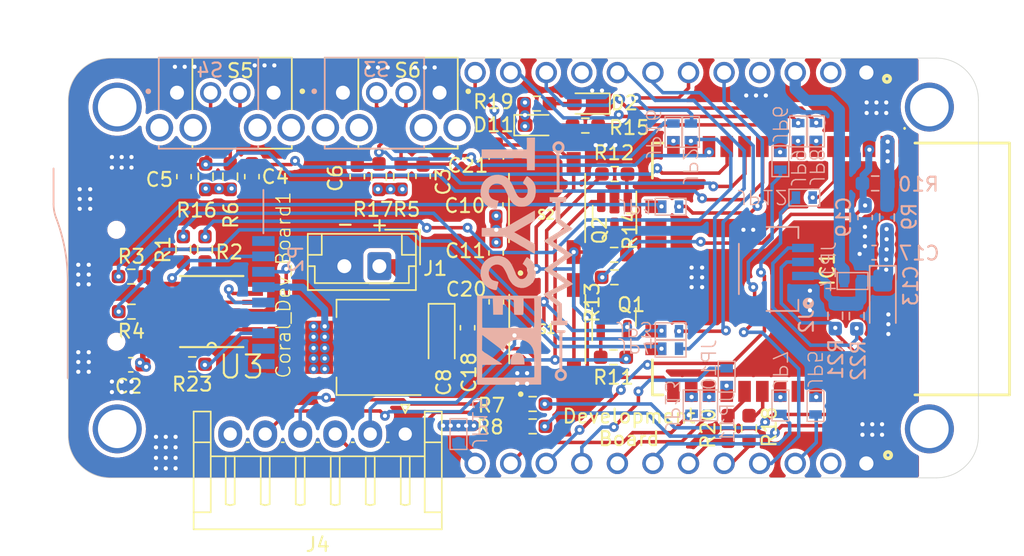
<source format=kicad_pcb>
(kicad_pcb (version 20221018) (generator pcbnew)
  (layers (0 "F.Cu" signal) (1 "In1.Cu" signal) (2 "In2.Cu" signal) (31 "B.Cu" signal) (34 "B.Paste" user) (35 "F.Paste" user) (36 "B.SilkS" user "B.Silkscreen") (37 "F.SilkS" user "F.Silkscreen") (38 "B.Mask" user) (39 "F.Mask" user) (44 "Edge.Cuts" user))
  (net 0 "")
  (net 1 "Net-(Coral_Dev_Board1-Pin_3)")
  (net 2 "GND")
  (net 4 "/ESP32S3_Minsys/5V")
  (net 5 "/ESP32S3_Minsys/3V3")
  (net 6 "/ESP32S3_Minsys/SPI_CS")
  (net 7 "/ESP32S3_Minsys/SPI_MOSI")
  (net 8 "/ESP32S3_Minsys/SPI_CLK")
  (net 11 "Net-(U3-1A)")
  (net 12 "Net-(U3-2A)")
  (net 13 "Net-(U3-3A)")
  (net 14 "/ESP32S3_Minsys/SPI_MISO")
  (net 15 "Net-(U3-4Y)")
  (net 16 "Net-(Coral_Dev_Board1-Pin_17)")
  (net 17 "/ESP32S3_Minsys/CHIP_PU")
  (net 18 "Net-(D2-A)")
  (net 19 "Net-(Coral_Dev_Board1-Pin_12)")
  (net 20 "Net-(Coral_Dev_Board1-Pin_15)")
  (net 21 "Net-(D11-A)")
  (net 22 "Net-(Q1-B)")
  (net 23 "/ESP32S3_Minsys/RTS")
  (net 24 "Net-(Coral_Dev_Board1-Pin_18)")
  (net 25 "Net-(Q1-C)")
  (net 26 "Net-(Q2-B)")
  (net 27 "/ESP32S3_Minsys/DTR")
  (net 28 "Net-(Q2-C)")
  (net 29 "/ESP32S3_Minsys/ESP_RXD")
  (net 30 "/ESP32S3_Minsys/ESP_TXD")
  (net 31 "/ESP32S3_Minsys/ESP_3V3")
  (net 32 "Net-(Coral_Dev_Board1-Pin_16)")
  (net 33 "Net-(Coral_Dev_Board1-Pin_24)")
  (net 34 "/ESP32S3_Minsys/SDA")
  (net 35 "/ESP32S3_Minsys/SCL")
  (net 36 "/ESP32S3_Minsys/CS")
  (net 37 "/ESP32S3_Minsys/IO0")
  (net 41 "/ESP32S3_Minsys/SCK")
  (net 43 "/ESP32S3_Minsys/MOSI")
  (net 44 "Net-(Coral_Dev_Board1-Pin_5)")
  (net 45 "Net-(Coral_Dev_Board1-Pin_6)")
  (net 46 "Net-(Coral_Dev_Board1-Pin_7)")
  (net 47 "Net-(Coral_Dev_Board1-Pin_8)")
  (net 48 "Net-(Coral_Dev_Board1-Pin_10)")
  (net 49 "Net-(Coral_Dev_Board1-Pin_11)")
  (net 50 "Net-(Coral_Dev_Board1-Pin_19)")
  (net 51 "Net-(Coral_Dev_Board1-Pin_20)")
  (net 52 "Net-(Coral_Dev_Board1-Pin_21)")
  (net 53 "Net-(Coral_Dev_Board1-Pin_22)")
  (net 54 "Net-(Coral_Dev_Board1-Pin_23)")
  (net 55 "/ESP32S3_Minsys/MISO")
  (net 58 "/ESP32S3_Minsys/U1_RXD")
  (net 59 "/ESP32S3_Minsys/SVP")
  (net 60 "/ESP32S3_Minsys/U1_TXD")
  (net 61 "/ESP32S3_Minsys/SVN")
  (net 62 "/ESP32S3_Minsys/IO21")
  (net 63 "/ESP32S3_Minsys/IO19")
  (net 64 "/ESP32S3_Minsys/IO16")
  (net 65 "/ESP32S3_Minsys/IO27")
  (net 66 "/ESP32S3_Minsys/IO4")
  (net 67 "/ESP32S3_Minsys/IO12")
  (net 68 "/ESP32S3_Minsys/IO32")
  (net 69 "/ESP32S3_Minsys/IO33")
  (net 70 "/ESP32S3_Minsys/IO25")
  (net 71 "/ESP32S3_Minsys/IO26")
  (net 72 "/ESP32S3_Minsys/IO17")
  (net 78 "Net-(IC1-RXD0)")
  (net 79 "/ESP32S3_Minsys/IO34")
  (net 80 "/ESP32S3_Minsys/IO35")
  (net 81 "Net-(U3-4A)")
  (net 82 "Net-(IC1-TXD0)")
  (footprint "Capacitor_SMD:C_0603_1608Metric_Pad1.08x0.95mm_HandSolder" (layer "F.Cu") (at 98.2 88.1 -90)
    (fp_text reference "C21")
    (fp_text value "100nf")
  )
  (footprint "Capacitor_SMD:C_0603_1608Metric_Pad1.08x0.95mm_HandSolder" (layer "F.Cu") (at 92.975 89.475 -90)
    (fp_text reference "C3")
    (fp_text value "100nF")
  )
  (footprint "Package_TO_SOT_SMD:SOT-223-3_TabPin2" (layer "F.Cu") (at 88.7 101.7 180)
    (fp_text reference "U4" hide)
    (fp_text value "SGM2212")
  )
  (footprint "LED_SMD:LED_0603_1608Metric_Pad1.05x0.95mm_HandSolder" (layer "F.Cu") (at 104.648 84.28 180)
    (fp_text reference "D2")
    (fp_text value "LED")
  )
  (footprint "Capacitor_SMD:C_0603_1608Metric_Pad1.08x0.95mm_HandSolder" (layer "F.Cu") (at 98.168 91.5245 -90)
    (fp_text reference "C10")
    (fp_text value "470pf")
  )
  (footprint "Resistor_SMD:R_0603_1608Metric_Pad0.98x0.95mm_HandSolder" (layer "F.Cu") (at 75.849 94.6942 90)
    (fp_text reference "R1")
    (fp_text value "3.3K")
  )
  (footprint "Capacitor_SMD:C_0603_1608Metric_Pad1.08x0.95mm_HandSolder" (layer "F.Cu") (at 72.1 102.95 180)
    (fp_text reference "C2")
    (fp_text value "100nf")
  )
  (footprint "Resistor_SMD:R_0603_1608Metric_Pad0.98x0.95mm_HandSolder" (layer "F.Cu") (at 104.5605 85.852 180)
    (fp_text reference "R15")
    (fp_text value "22")
  )
  (footprint "Resistor_SMD:R_0603_1608Metric_Pad0.98x0.95mm_HandSolder" (layer "F.Cu") (at 100.8 107.35)
    (fp_text reference "R8")
    (fp_text value "22")
  )
  (footprint "Package_TO_SOT_SMD:SOT-23" (layer "F.Cu") (at 106.6435 92.232 -90)
    (fp_text reference "Q2")
    (fp_text value "Q_NPN_BEC")
  )
  (footprint "Capacitor_SMD:C_0603_1608Metric_Pad1.08x0.95mm_HandSolder" (layer "F.Cu") (at 88.275 89.5 -90)
    (fp_text reference "C6")
    (fp_text value "100nF")
  )
  (footprint "Resistor_SMD:R_0603_1608Metric_Pad0.98x0.95mm_HandSolder" (layer "F.Cu") (at 72.139 96.6442 180)
    (fp_text reference "R3")
    (fp_text value "3.3K")
  )
  (footprint "Resistor_SMD:R_0603_1608Metric_Pad0.98x0.95mm_HandSolder" (layer "F.Cu") (at 106.658 89.312 180)
    (fp_text reference "R12")
    (fp_text value "10K")
  )
  (footprint "Resistor_SMD:R_0603_1608Metric_Pad0.98x0.95mm_HandSolder" (layer "F.Cu") (at 72.15 99.15 180)
    (fp_text reference "R4")
    (fp_text value "3.3K")
  )
  (footprint "Capacitor_SMD:C_0603_1608Metric_Pad1.08x0.95mm_HandSolder" (layer "F.Cu") (at 98.2 98.45 90)
    (fp_text reference "C20")
    (fp_text value "100nF")
  )
  (footprint "Resistor_SMD:R_0603_1608Metric_Pad0.98x0.95mm_HandSolder" (layer "F.Cu") (at 77.399 94.6942 90)
    (fp_text reference "R2")
    (fp_text value "3.3K")
  )
  (footprint "Resistor_SMD:R_0603_1608Metric_Pad0.98x0.95mm_HandSolder" (layer "F.Cu") (at 106.568 102.412)
    (fp_text reference "R11")
    (fp_text value "10K")
  )
  (footprint "Capacitor_SMD:C_0603_1608Metric_Pad1.08x0.95mm_HandSolder" (layer "F.Cu") (at 98.188 94.9545 90)
    (fp_text reference "C11")
    (fp_text value "100nf")
  )
  (footprint "Resistor_SMD:R_0603_1608Metric_Pad0.98x0.95mm_HandSolder" (layer "F.Cu") (at 101.092 84.28)
    (fp_text reference "R19")
    (fp_text value "22")
  )
  (footprint "Custom_Footprints:SW_Tactile" (layer "F.Cu") (at 101.828 91.742 90)
    (fp_text reference "S2")
    (fp_text value "SW_Tactile")
  )
  (footprint "Resistor_SMD:R_0603_1608Metric_Pad0.98x0.95mm_HandSolder" (layer "F.Cu") (at 106.618 95.087 180)
    (fp_text reference "R14")
    (fp_text value "0")
  )
  (footprint "Custom_Footprints:ESP32_WROOM32E" (layer "F.Cu") (at 122.1 96.1 -90)
    (fp_text reference "IC1")
    (fp_text value "ESP32-WROOM-32E")
  )
  (footprint "Custom_Footprints:74LVC125A" (layer "F.Cu") (at 77.879 99.1442 180)
    (fp_text reference "U3")
    (fp_text value "74LVC125A")
  )
  (footprint "Resistor_SMD:R_0603_1608Metric_Pad0.98x0.95mm_HandSolder" (layer "F.Cu") (at 116.25 107.5 90)
    (fp_text reference "R18")
    (fp_text value "22")
  )
  (footprint "Resistor_SMD:R_0603_1608Metric_Pad0.98x0.95mm_HandSolder" (layer "F.Cu") (at 114.75 107.5 90)
    (fp_text reference "R20")
    (fp_text value "22")
  )
  (footprint "Connector_JST:JST_EH_S6B-EH_1x06_P2.50mm_Horizontal" (layer "F.Cu") (at 91.7 107.9 180)
    (fp_text reference "J4")
    (fp_text value "Conn_01x06")
  )
  (footprint "Resistor_SMD:R_0603_1608Metric_Pad0.98x0.95mm_HandSolder" (layer "F.Cu") (at 79.2 89.5 -90)
    (fp_text reference "R6")
    (fp_text value "220")
  )
  (footprint "Capacitor_Tantalum_SMD:CP_EIA-3216-18_Kemet-A" (layer "F.Cu") (at 94.3 100.9 -90)
    (fp_text reference "C8")
    (fp_text value "CP1")
  )
  (footprint "Resistor_SMD:R_0603_1608Metric_Pad0.98x0.95mm_HandSolder" (layer "F.Cu") (at 89.825 89.5 -90)
    (fp_text reference "R17")
    (fp_text value "220")
  )
  (footprint "Custom_Footprints:SW_Tactile" (layer "F.Cu") (at 101.846 100.397 90)
    (fp_text reference "S1")
    (fp_text value "SW_Tactile")
  )
  (footprint "Capacitor_SMD:C_0603_1608Metric_Pad1.08x0.95mm_HandSolder" (layer "F.Cu") (at 80.75 89.5 -90)
    (fp_text reference "C4")
    (fp_text value "100nF")
  )
  (footprint "Resistor_SMD:R_0603_1608Metric_Pad0.98x0.95mm_HandSolder" (layer "F.Cu") (at 100.8 105.75)
    (fp_text reference "R7")
    (fp_text value "22")
  )
  (footprint "Custom_Footprints:SW_Tactile_side" (layer "F.Cu") (at 80.05 83.5 180)
    (fp_text reference "S5")
    (fp_text value "TL1105JAF250Q")
  )
  (footprint "LED_SMD:LED_0603_1608Metric_Pad1.05x0.95mm_HandSolder" (layer "F.Cu") (at 101.1405 85.822)
    (fp_text reference "D11")
    (fp_text value "LED")
  )
  (footprint "Connector_JST:JST_EH_B2B-EH-A_1x02_P2.50mm_Vertical" (layer "F.Cu") (at 89.85 95.9 180)
    (fp_text reference "J1")
    (fp_text value "Conn_01x02_Socket")
  )
  (footprint "Resistor_SMD:R_0603_1608Metric_Pad0.98x0.95mm_HandSolder" (layer "F.Cu") (at 106.636 96.697 180)
    (fp_text reference "R13")
    (fp_text value "0")
  )
  (footprint "Resistor_SMD:R_0603_1608Metric_Pad0.98x0.95mm_HandSolder" (layer "F.Cu") (at 76.4925 102.91 180)
    (fp_text reference "R23")
    (fp_text value "3.3K")
  )
  (footprint "Resistor_SMD:R_0603_1608Metric_Pad0.98x0.95mm_HandSolder" (layer "F.Cu") (at 77.45 89.5 -90)
    (fp_text reference "R16")
    (fp_text value "220")
  )
  (footprint "Capacitor_SMD:C_0603_1608Metric_Pad1.08x0.95mm_HandSolder" (layer "F.Cu") (at 96.15 100.3 90)
    (fp_text reference "C18")
    (fp_text value "470pf")
  )
  (footprint "Capacitor_SMD:C_0603_1608Metric_Pad1.08x0.95mm_HandSolder" (layer "F.Cu") (at 75.9 89.5 -90)
    (fp_text reference "C5")
    (fp_text value "100nF")
  )
  (footprint "Resistor_SMD:R_0603_1608Metric_Pad0.98x0.95mm_HandSolder" (layer "F.Cu") (at 91.4 89.5 -90)
    (fp_text reference "R5")
    (fp_text value "220")
  )
  (footprint "Package_TO_SOT_SMD:SOT-23" (layer "F.Cu") (at 106.6105 99.542 90)
    (fp_text reference "Q1")
    (fp_text value "Q_NPN_BEC")
  )
  (footprint "Custom_Footprints:Coral_dev_micro_board" (layer "F.Cu") (at 99.48589 97.93 180)
    (fp_text reference "Coral_Dev_Board1")
    (fp_text value "~")
    (fp_line (start -33.14411 13.9) (end -33.14411 -10.1) (stroke (width 0.05)) (layer "Edge.Cuts"))
    (fp_line (start -30.14411 -13.1) (end 24.90589 -13.1) (stroke (width 0.05)) (layer "Edge.Cuts"))
    (fp_line (start 24.90589 -13.1) (end 28.85589 -13.1) (stroke (width 0.05)) (layer "Edge.Cuts"))
    (fp_line (start 28.85589 16.9) (end -30.14411 16.9) (stroke (width 0.05)) (layer "Edge.Cuts"))
    (fp_line (start 31.85589 -10.1) (end 31.85589 7.57) (stroke (width 0.05)) (layer "Edge.Cuts"))
    (fp_line (start 31.85589 7.57) (end 31.85589 13.9) (stroke (width 0.05)) (layer "Edge.Cuts"))
    (fp_arc (start -33.14411 -10.1) (mid -32.26543 -12.22132) (end -30.14411 -13.1) (stroke (width 0.05)) (layer "Edge.Cuts"))
    (fp_arc (start -30.14411 16.9) (mid -32.26543 16.02132) (end -33.14411 13.9) (stroke (width 0.05)) (layer "Edge.Cuts"))
    (fp_arc (start 28.85589 -13.1) (mid 30.977217 -12.221324) (end 31.85589 -10.1) (stroke (width 0.05)) (layer "Edge.Cuts"))
    (fp_arc (start 31.85589 13.9) (mid 30.97721 16.021317) (end 28.85589 16.9) (stroke (width 0.05)) (layer "Edge.Cuts"))
  )
  (footprint "Custom_Footprints:SW_Tactile_side" (layer "F.Cu") (at 91.9 83.5 180)
    (fp_text reference "S6")
    (fp_text value "TL1105JAF250Q")
  )
  (footprint "Custom_Footprints:SW_Tactile_side" (layer "B.Cu") (at 77.65 83.5)
    (fp_text reference "S4")
    (fp_text value "TL1105JAF250Q")
  )
  (footprint "Custom_Footprints:Custom_Jumper" (layer "B.Cu") (at 112.25 105.85 90)
    (fp_text reference "JP13")
    (fp_text value "Jumper_2_Open")
  )
  (footprint "Custom_Footprints:Custom_Jumper" (layer "B.Cu") (at 121.13 86.27 90)
    (fp_text reference "JP8")
    (fp_text value "Jumper_2_Open")
  )
  (footprint "Custom_Footprints:Custom_Jumper" (layer "B.Cu") (at 113.5 105.85 90)
    (fp_text reference "JP10")
    (fp_text value "Jumper_2_Open")
  )
  (footprint "Custom_Footprints:JST_4P_1mm" (layer "B.Cu") (at 120.1 96.1 90)
    (fp_text reference "J2")
    (fp_text value "JST_SMD_4Pins")
  )
  (footprint "Custom_Footprints:Custom_Jumper" (layer "B.Cu") (at 110.65 101.9)
    (fp_text reference "JP4")
    (fp_text value "Jumper_2_Open")
  )
  (footprint "Custom_Footprints:Resyst_Logo_small" (layer "B.Cu") (at 100.314834 95.515263 90)
    (fp_text reference "G***" hide)
    (fp_text value "LOGO" hide)
  )
  (footprint "Custom_Footprints:Custom_Jumper" (layer "B.Cu") (at 110.65 100.65)
    (fp_text reference "JP3")
    (fp_text value "Jumper_2_Open")
  )
  (footprint "Custom_Footprints:Custom_Jumper" (layer "B.Cu") (at 123.64 96.86 180)
    (fp_text reference "JP14")
    (fp_text value "Jumper_2_Open")
  )
  (footprint "Custom_Footprints:Custom_Jumper" (layer "B.Cu") (at 119.86 86.27 90)
    (fp_text reference "JP9")
    (fp_text value "Jumper_2_Open")
  )
  (footprint "Resistor_SMD:R_0603_1608Metric_Pad0.98x0.95mm_HandSolder" (layer "B.Cu") (at 122.41 99.45 90)
    (fp_text reference "R21")
    (fp_text value "1K7")
  )
  (footprint "Custom_Footprints:Custom_Jumper" (layer "B.Cu") (at 118.59 88.4 90)
    (fp_text reference "JP6")
    (fp_text value "Jumper_2_Open")
  )
  (footprint "Custom_Footprints:Custom_Jumper" (layer "B.Cu") (at 114.55 103.8 -90)
    (fp_text reference "JP11")
    (fp_text value "Jumper_2_Open")
  )
  (footprint "Capacitor_SMD:C_0603_1608Metric_Pad1.08x0.95mm_HandSolder" (layer "B.Cu") (at 125.18 94.9325)
    (fp_text reference "C17")
    (fp_text value "100nf")
  )
  (footprint "Resistor_SMD:R_0603_1608Metric_Pad0.98x0.95mm_HandSolder" (layer "B.Cu") (at 126.1 92.4225 -90)
    (fp_text reference "R9")
    (fp_text value "0")
  )
  (footprint "Resistor_SMD:R_0603_1608Metric_Pad0.98x0.95mm_HandSolder" (layer "B.Cu") (at 125.26 89.9825)
    (fp_text reference "R10")
    (fp_text value "10K")
  )
  (footprint "Custom_Footprints:Custom_Jumper" (layer "B.Cu") (at 110.95 86.3 90)
    (fp_text reference "JP16")
    (fp_text value "Jumper_2_Open")
  )
  (footprint "Resistor_SMD:R_0603_1608Metric_Pad0.98x0.95mm_HandSolder" (layer "B.Cu") (at 123.94 99.47 90)
    (fp_text reference "R22")
    (fp_text value "1K7")
  )
  (footprint "Custom_Footprints:Custom_Jumper" (layer "B.Cu") (at 112.2 86.3 90)
    (fp_text reference "JP2")
    (fp_text value "Jumper_2_Open")
  )
  (footprint "Custom_Footprints:Custom_Jumper" (layer "B.Cu") (at 95.6 107.9 90)
    (fp_text reference "JP15")
    (fp_text value "Jumper_2_Open")
  )
  (footprint "Custom_Footprints:Custom_Jumper" (layer "B.Cu") (at 121.1 105.9 90)
    (fp_text reference "JP5")
    (fp_text value "Jumper_2_Open")
  )
  (footprint "Capacitor_Tantalum_SMD:CP_EIA-3216-18_Kemet-A_Pad1.58x1.35mm_HandSolder" (layer "B.Cu") (at 125.8 98.3625 -90)
    (fp_text reference "C13")
    (fp_text value "10uF/25V Tantalum")
  )
  (footprint "Custom_Footprints:Custom_Jumper" (layer "B.Cu") (at 118.59 105.86 90)
    (fp_text reference "JP7")
    (fp_text value "Jumper_2_Open")
  )
  (footprint "Custom_Footprints:MicroSD_Footprints" (layer "B.Cu") (at 76.24 97.62 90)
    (fp_text reference "P2")
    (fp_text value "MICRO_SD_Socket")
  )
  (footprint "Custom_Footprints:Custom_Jumper" (layer "B.Cu") (at 120.2 91.1)
    (fp_text reference "JP12")
    (fp_text value "Jumper_2_Open")
  )
  (footprint "Capacitor_SMD:C_0603_1608Metric_Pad1.08x0.95mm_HandSolder" (layer "B.Cu") (at 124.54 92.4225 90)
    (fp_text reference "C19")
    (fp_text value "1uF")
  )
  (footprint "Custom_Footprints:Custom_Jumper" (layer "B.Cu") (at 110.65 91.75)
    (fp_text reference "JP1")
    (fp_text value "Jumper_2_Open")
  )
  (footprint "Custom_Footprints:SW_Tactile_side" (layer "B.Cu") (at 89.5 83.5)
    (fp_text reference "S3")
    (fp_text value "TL1105JAF250Q")
  )
  (gr_text locked "Development\nBoard" (at 107.68 107.43) (layer "F.SilkS") (effects (font (size 1 1))))
  (gr_text locked "+" (at 89.15 93.5) (layer "F.SilkS") (effects (font (size 1 1)) (justify left bottom)))
  (gr_text locked "-" (at 86.7 93.45) (layer "F.SilkS") (effects (font (size 1 1)) (justify left bottom)))
  (segment (start 122 84.05) (end 122.7 84.75) (width 0.8) (layer "B.Cu") (net 1))
  (segment (start 120.35 84.05) (end 122 84.05) (width 0.8) (layer "B.Cu") (net 1))
  (segment (start 123.04 96.14) (end 123.04 96.96) (width 0.8) (layer "B.Cu") (net 1))
  (segment (start 122.7 95.8) (end 123.04 96.14) (width 0.8) (layer "B.Cu") (net 1))
  (segment (start 119.55 82.06) (end 119.55 83.25) (width 0.8) (layer "B.Cu") (net 1))
  (segment (start 122.7 84.75) (end 122.7 95.8) (width 0.8) (layer "B.Cu") (net 1))
  (segment (start 119.55 83.25) (end 120.35 84.05) (width 0.8) (layer "B.Cu") (net 1))
  (via (at 76.65 81.65) (size 0.7) (drill 0.3) (layers "F.Cu" "B.Cu") (net 2))
  (via (at 99.7 104.3) (size 0.7) (drill 0.3) (layers "F.Cu" "B.Cu") (net 2))
  (via (at 74.6 108.85) (size 0.7) (drill 0.3) (layers "F.Cu" "B.Cu") (net 2))
  (via (at 105.05 83.35) (size 0.7) (drill 0.3) (layers "F.Cu" "B.Cu") (net 2))
  (via (at 73.9 108.85) (size 0.7) (drill 0.3) (layers "F.Cu" "B.Cu") (net 2))
  (via (at 126.2 99.35) (size 0.7) (drill 0.3) (layers "F.Cu" "B.Cu") (net 2))
  (via (at 69.2 90.4) (size 0.7) (drill 0.3) (layers "F.Cu" "B.Cu") (net 2))
  (via (at 68.35 97.2) (size 0.7) (drill 0.3) (layers "F.Cu" "B.Cu") (net 2))
  (via (at 72.15 104.15) (size 0.7) (drill 0.3) (layers "F.Cu" "B.Cu") (net 2))
  (via (at 75.3 109.6) (size 0.7) (drill 0.3) (layers "F.Cu" "B.Cu") (net 2))
  (via (at 93.8 81.7) (size 0.7) (drill 0.3) (layers "F.Cu" "B.Cu") (net 2))
  (via (at 75.3 110.35) (size 0.7) (drill 0.3) (layers "F.Cu" "B.Cu") (net 2))
  (via (at 126.2 100.75) (size 0.7) (drill 0.3) (layers "F.Cu" "B.Cu") (net 2))
  (via (at 75.3 108.85) (size 0.7) (drill 0.3) (layers "F.Cu" "B.Cu") (net 2))
  (via (at 116.55 93.3) (size 0.7) (drill 0.3) (layers "F.Cu" "B.Cu") (net 2))
  (via (at 125.75 107.95) (size 0.7) (drill 0.3) (layers "F.Cu" "B.Cu") (net 2))
  (via (at 125.35 84.2) (size 0.7) (drill 0.3) (layers "F.Cu" "B.Cu") (net 2))
  (via (at 105.75 83.35) (size 0.7) (drill 0.3) (layers "F.Cu" "B.Cu") (net 2))
  (via (at 69.1 97.2) (size 0.7) (drill 0.3) (layers "F.Cu" "B.Cu") (net 2))
  (via (at 112.15 96) (size 0.7) (drill 0.3) (layers "F.Cu" "B.Cu") (net 2))
  (via (at 116.05 83.7) (size 0.7) (drill 0.3) (layers "F.Cu" "B.Cu") (net 2))
  (via (at 115.85 93.3) (size 0.7) (drill 0.3) (layers "F.Cu" "B.Cu") (net 2))
  (via (at 75.95 81.65) (size 0.7) (drill 0.3) (layers "F.Cu" "B.Cu") (net 2))
  (via (at 69.2 91.1) (size 0.7) (drill 0.3) (layers "F.Cu" "B.Cu") (net 2))
  (via (at 71.45 104.15) (size 0.7) (drill 0.3) (layers "F.Cu" "B.Cu") (net 2))
  (via (at 126.05 84.95) (size 0.7) (drill 0.3) (layers "F.Cu" "B.Cu") (net 2))
  (via (at 69.1 103.45) (size 0.7) (drill 0.3) (layers "F.Cu" "B.Cu") (net 2))
  (via (at 74.6 109.6) (size 0.7) (drill 0.3) (layers "F.Cu" "B.Cu") (net 2))
  (via (at 73.9 110.35) (size 0.7) (drill 0.3) (layers "F.Cu" "B.Cu") (net 2))
  (via (at 72.15 104.9) (size 0.7) (drill 0.3) (layers "F.Cu" "B.Cu") (net 2))
  (via (at 112.9 96) (size 0.7) (drill 0.3) (layers "F.Cu" "B.Cu") (net 2))
  (via (at 70.75 88.85) (size 0.7) (drill 0.3) (layers "F.Cu" "B.Cu") (net 2))
  (via (at 68.45 90.4) (size 0.7) (drill 0.3) (layers "F.Cu" "B.Cu") (net 2))
  (via (at 112.15 97.4) (size 0.7) (drill 0.3) (layers "F.Cu" "B.Cu") (net 2))
  (via (at 73.9 109.6) (size 0.7) (drill 0.3) (layers "F.Cu" "B.Cu") (net 2))
  (via (at 124.35 107.2) (size 0.7) (drill 0.3) (layers "F.Cu" "B.Cu") (net 2))
  (via (at 124.525 93.1) (size 0.7) (drill 0.3) (layers "F.Cu" "B.Cu") (net 2))
  (via (at 72.15 88.1) (size 0.7) (drill 0.3) (layers "F.Cu" "B.Cu") (net 2))
  (via (at 124.15 95.025) (size 0.7) (drill 0.3) (layers "F.Cu" "B.Cu") (net 2))
  (via (at 75.3 108.1) (size 0.7) (drill 0.3) (layers "F.Cu" "B.Cu") (net 2))
  (via (at 68.35 102.75) (size 0.7) (drill 0.3) (layers "F.Cu" "B.Cu") (net 2))
  (via (at 70.75 88.1) (size 0.7) (drill 0.3) (layers "F.Cu" "B.Cu") (net 2))
  (via (at 80.95 81.55) (size 0.7) (drill 0.3) (layers "F.Cu" "B.Cu") (net 2))
  (via (at 70.75 104.9) (size 0.7) (drill 0.3) (layers "F.Cu" "B.Cu") (net 2))
  (via (at 89.05 81.7) (size 0.7) (drill 0.3) (layers "F.Cu" "B.Cu") (net 2))
  (via (at 72.15 88.85) (size 0.7) (drill 0.3) (layers "F.Cu" "B.Cu") (net 2))
  (via (at 106 87.25) (size 0.7) (drill 0.3) (layers "F.Cu" "B.Cu") (net 2))
  (via (at 100.4 104.3) (size 0.7) (drill 0.3) (layers "F.Cu" "B.Cu") (net 2))
  (via (at 120.6 99.05) (size 0.7) (drill 0.3) (layers "F.Cu" "B.Cu") (net 2))
  (via (at 105.3 87.25) (size 0.7) (drill 0.3) (layers "F.Cu" "B.Cu") (net 2))
  (via (at 124.65 84.2) (size 0.7) (drill 0.3) (layers "F.Cu" "B.Cu") (net 2))
  (via (at 93.1 81.7) (size 0.7) (drill 0.3) (layers "F.Cu" "B.Cu") (net 2))
  (via (at 70.75 104.15) (size 0.7) (drill 0.3) (layers "F.Cu" "B.Cu") (net 2))
  (via (at 68.35 103.45) (size 0.7) (drill 0.3) (layers "F.Cu" "B.Cu") (net 2))
  (via (at 124.525 94.475) (size 0.7) (drill 0.3) (layers "F.Cu" "B.Cu") (net 2))
  (via (at 116.75 83.7) (size 0.7) (drill 0.3) (layers "F.Cu" "B.Cu") (net 2))
  (via (at 124.525 93.775) (size 0.7) (drill 0.3) (layers "F.Cu" "B.Cu") (net 2))
  (via (at 120.6 97.65) (size 0.7) (drill 0.3) (layers "F.Cu" "B.Cu") (net 2))
  (via (at 100.4 103.55) (size 0.7) (drill 0.3) (layers "F.Cu" "B.Cu") (net 2))
  (via (at 112.9 97.4) (size 0.7) (drill 0.3) (layers "F.Cu" "B.Cu") (net 2))
  (via (at 69.1 102.05) (size 0.7) (drill 0.3) (layers "F.Cu" "B.Cu") (net 2))
  (via (at 68.35 96.5) (size 0.7) (drill 0.3) (layers "F.Cu" "B.Cu") (net 2))
  (via (at 69.1 96.5) (size 0.7) (drill 0.3) (layers "F.Cu" "B.Cu") (net 2))
  (via (at 125.05 107.2) (size 0.7) (drill 0.3) (layers "F.Cu" "B.Cu") (net 2))
  (via (at 68.45 91.1) (size 0.7) (drill 0.3) (layers "F.Cu" "B.Cu") (net 2))
  (via (at 75.25 81.65) (size 0.7) (drill 0.3) (layers "F.Cu" "B.Cu") (net 2))
  (via (at 71.45 88.85) (size 0.7) (drill 0.3) (layers "F.Cu" "B.Cu") (net 2))
  (via (at 117.45 83.7) (size 0.7) (drill 0.3) (layers "F.Cu" "B.Cu") (net 2))
  (via (at 69.1 95.8) (size 0.7) (drill 0.3) (layers "F.Cu" "B.Cu") (net 2))
  (via (at 74.6 110.35) (size 0.7) (drill 0.3) (layers "F.Cu" "B.Cu") (net 2))
  (via (at 99.7 103.55) (size 0.7) (drill 0.3) (layers "F.Cu" "B.Cu") (net 2))
  (via (at 90.45 81.7) (size 0.7) (drill 0.3) (layers "F.Cu" "B.Cu") (net 2))
  (via (at 69.1 102.75) (size 0.7) (drill 0.3) (layers "F.Cu" "B.Cu") (net 2))
  (via (at 68.45 91.8) (size 0.7) (drill 0.3) (layers "F.Cu" "B.Cu") (net 2))
  (via (at 106.7 87.25) (size 0.7) (drill 0.3) (layers "F.Cu" "B.Cu") (net 2))
  (via (at 74.6 108.1) (size 0.7) (drill 0.3) (layers "F.Cu" "B.Cu") (net 2))
  (via (at 126.05 84.2) (size 0.7) (drill 0.3) (layers "F.Cu" "B.Cu") (net 2))
  (via (at 68.35 95.8) (size 0.7) (drill 0.3) (layers "F.Cu" "B.Cu") (net 2))
  (via (at 125.75 107.2) (size 0.7) (drill 0.3) (layers "F.Cu" "B.Cu") (net 2))
  (via (at 125.05 107.95) (size 0.7) (drill 0.3) (layers "F.Cu" "B.Cu") (net 2))
  (via (at 112.15 96.7) (size 0.7) (drill 0.3) (layers "F.Cu" "B.Cu") (net 2))
  (via (at 120.6 98.35) (size 0.7) (drill 0.3) (layers "F.Cu" "B.Cu") (net 2))
  (via (at 69.2 91.8) (size 0.7) (drill 0.3) (layers "F.Cu" "B.Cu") (net 2))
  (via (at 125.35 84.95) (size 0.7) (drill 0.3) (layers "F.Cu" "B.Cu") (net 2))
  (via (at 73.9 108.1) (size 0.7) (drill 0.3) (layers "F.Cu" "B.Cu") (net 2))
  (via (at 81.65 81.55) (size 0.7) (drill 0.3) (layers "F.Cu" "B.Cu") (net 2))
  (via (at 112.9 96.7) (size 0.7) (drill 0.3) (layers "F.Cu" "B.Cu") (net 2))
  (via (at 124.35 107.95) (size 0.7) (drill 0.3) (layers "F.Cu" "B.Cu") (net 2))
  (via (at 124.65 84.95) (size 0.7) (drill 0.3) (layers "F.Cu" "B.Cu") (net 2))
  (via (at 71.45 104.9) (size 0.7) (drill 0.3) (layers "F.Cu" "B.Cu") (net 2))
  (via (at 89.75 81.7) (size 0.7) (drill 0.3) (layers "F.Cu" "B.Cu") (net 2))
  (via (at 92.4 81.7) (size 0.7) (drill 0.3) (layers "F.Cu" "B.Cu") (net 2))
  (via (at 126.2 100.05) (size 0.7) (drill 0.3) (layers "F.Cu" "B.Cu") (net 2))
  (via (at 82.35 81.55) (size 0.7) (drill 0.3) (layers "F.Cu" "B.Cu") (net 2))
  (via (at 68.35 102.05) (size 0.7) (drill 0.3) (layers "F.Cu" "B.Cu") (net 2))
  (via (at 71.45 88.1) (size 0.7) (drill 0.3) (layers "F.Cu" "B.Cu") (net 2))
  (segment (start 124.54 94.71) (end 124.3175 94.9325) (width 0.8) (layer "B.Cu") (net 2))
  (segment (start 124.54 93.285) (end 124.54 94.71) (width 0.8) (layer "B.Cu") (net 2))
  (segment (start 94.95 107.3) (end 95.5 107.3) (width 0.8) (layer "F.Cu") (net 4))
  (segment (start 96.0375 99.55) (end 96.15 99.4375) (width 1) (layer "F.Cu") (net 4))
  (segment (start 91.85 99.4) (end 94.15 99.4) (width 1) (layer "F.Cu") (net 4))
  (segment (start 94.3 99.55) (end 96.0375 99.55) (width 1) (layer "F.Cu") (net 4))
  (segment (start 90.95 95.9) (end 91.85 96.8) (width 1) (layer "F.Cu") (net 4))
  (segment (start 89.85 95.9) (end 90.95 95.9) (width 1) (layer "F.Cu") (net 4))
  (segment (start 95.5 107.3) (end 96.05 107.3) (width 0.8) (layer "F.Cu") (net 4))
  (segment (start 94.4 107.3) (end 94.95 107.3) (width 0.8) (layer "F.Cu") (net 4))
  (segment (start 94.15 99.4) (end 94.3 99.55) (width 1) (layer "F.Cu") (net 4))
  (segment (start 91.85 96.8) (end 91.85 99.4) (width 1) (layer "F.Cu") (net 4))
  (segment (start 96.05 107.3) (end 96.6 107.3) (width 0.8) (layer "F.Cu") (net 4))
  (via (at 94.95 107.3) (size 0.7) (drill 0.3) (layers "F.Cu" "B.Cu") (net 4))
  (via (at 95.5 107.3) (size 0.7) (drill 0.3) (layers "F.Cu" "B.Cu") (net 4))
  (via (at 96.6 107.3) (size 0.7) (drill 0.3) (layers "F.Cu" "B.Cu") (net 4))
  (via (at 94.4 107.3) (size 0.7) (drill 0.3) (layers "F.Cu" "B.Cu") (net 4))
  (via (at 96.05 107.3) (size 0.7) (drill 0.3) (layers "F.Cu" "B.Cu") (net 4))
  (segment (start 95.5 107.3) (end 96.55 107.3) (width 0.8) (layer "B.Cu") (net 4))
  (segment (start 95.5 107.3) (end 94.4 107.3) (width 0.8) (layer "B.Cu") (net 4))
  (segment (start 72.9625 102.1375) (end 72.9625 102.95) (width 0.4) (layer "F.Cu") (net 5))
  (segment (start 100.2295 84.28) (end 100.2295 85.786) (width 0.8) (layer "F.Cu") (net 5))
  (segment (start 74.958 101.1) (end 74 101.1) (width 0.4) (layer "F.Cu") (net 5))
  (segment (start 77.45 90.3625) (end 79.2 90.3625) (width 0.8) (layer "F.Cu") (net 5))
  (segment (start 98.188 94.092) (end 98.188 92.407) (width 0.8) (layer "F.Cu") (net 5))
  (segment (start 74 101.1) (end 72.9625 102.1375) (width 0.4) (layer "F.Cu") (net 5))
  (segment (start 91.85 101.7) (end 85.55 101.7) (width 1) (layer "F.Cu") (net 5))
  (segment (start 100.2295 85.786) (end 100.2655 85.822) (width 0.8) (layer "F.Cu") (net 5))
  (segment (start 91.4 90.3625) (end 89.825 90.3625) (width 0.8) (layer "F.Cu") (net 5))
  (segment (start 98.188 92.407) (end 98.168 92.387) (width 0.8) (layer "F.Cu") (net 5))
  (via (at 85.15 100.2) (size 0.7) (drill 0.3) (layers "F.Cu" "B.Cu") (net 5))
  (via (at 85.15 103.25) (size 0.7) (drill 0.3) (layers "F.Cu" "B.Cu") (net 5))
  (via (at 100.25 85.1) (size 0.7) (drill 0.3) (layers "F.Cu" "B.Cu") (net 5))
  (via (at 85.95 102.5) (size 0.7) (drill 0.3) (layers "F.Cu" "B.Cu") (net 5))
  (via (at 85.95 100.2) (size 0.7) (drill 0.3) (layers "F.Cu" "B.Cu") (net 5))
  (via (at 85.15 102.5) (size 0.7) (drill 0.3) (layers "F.Cu" "B.Cu") (net 5))
  (via (at 91.5 90.4) (size 0.7) (drill 0.3) (layers "F.Cu" "B.Cu") (net 5))
  (via (at 126.075 93.25) (size 0.7) (drill 0.3) (layers "F.Cu" "B.Cu") (net 5))
  (via (at 126.075 94.7) (size 0.7) (drill 0.3) (layers "F.Cu" "B.Cu") (net 5))
  (via (at 126.075 93.975) (size 0.7) (drill 0.3) (layers "F.Cu" "B.Cu") (net 5))
  (via (at 126.05 96.15) (size 0.7) (drill 0.3) (layers "F.Cu" "B.Cu") (net 5))
  (via (at 100.25 84.2) (size 0.7) (drill 0.3) (layers "F.Cu" "B.Cu") (net 5))
  (via (at 89.75 90.4) (size 0.7) (drill 0.3) (layers "F.Cu" "B.Cu") (net 5))
  (via (at 79.3 90.35) (size 0.7) (drill 0.3) (layers "F.Cu" "B.Cu") (net 5))
  (via (at 85.95 103.25) (size 0.7) (drill 0.3) (layers "F.Cu" "B.Cu") (net 5))
  (via (at 77.45 90.35) (size 0.7) (drill 0.3) (layers "F.Cu" "B.Cu") (net 5))
  (via (at 78.4 90.35) (size 0.7) (drill 0.3) (layers "F.Cu" "B.Cu") (net 5))
  (via (at 85.15 101.75) (size 0.7) (drill 0.3) (layers "F.Cu" "B.Cu") (net 5))
  (via (at 85.15 100.95) (size 0.7) (drill 0.3) (layers "F.Cu" "B.Cu") (net 5))
  (via (at 85.95 100.95) (size 0.7) (drill 0.3) (layers "F.Cu" "B.Cu") (net 5))
  (via (at 126.05 95.425) (size 0.7) (drill 0.3) (layers "F.Cu" "B.Cu") (net 5))
  (via (at 98.2 93.3) (size 0.7) (drill 0.3) (layers "F.Cu" "B.Cu") (net 5))
  (via (at 73.2 103.1) (size 0.7) (drill 0.3) (layers "F.Cu" "B.Cu") (net 5))
  (via (at 85.95 101.75) (size 0.7) (drill 0.3) (layers "F.Cu" "B.Cu") (net 5))
  (via (at 90.65 90.4) (size 0.7) (drill 0.3) (layers "F.Cu" "B.Cu") (net 5))
  (via (at 98.2 94.2) (size 0.7) (drill 0.3) (layers "F.Cu" "B.Cu") (net 5))
  (via (at 72.75 102.8) (size 0.7) (drill 0.3) (layers "F.Cu" "B.Cu") (net 5))
  (via (at 98.2 92.3) (size 0.7) (drill 0.3) (layers "F.Cu" "B.Cu") (net 5))
  (via (at 100.25 85.9) (size 0.7) (drill 0.3) (layers "F.Cu" "B.Cu") (net 5))
  (segment (start 121.85 98.0275) (end 122.41 98.5875) (width 0.5) (layer "B.Cu") (net 5))
  (segment (start 126.1 94.875) (end 126.0425 94.9325) (width 1) (layer "B.Cu") (net 5))
  (segment (start 123.92 98.5875) (end 123.94 98.6075) (width 1) (layer "B.Cu") (net 5))
  (segment (start 124.24 96.96) (end 124.24 98.3075) (width 0.8) (layer "B.Cu") (net 5))
  (segment (start 120.1 96.6) (end 121.35 96.6) (width 0.5) (layer "B.Cu") (net 5))
  (segment (start 125.765 96.96) (end 125.8 96.925) (width 0.8) (layer "B.Cu") (net 5))
  (segment (start 124.24 98.3075) (end 123.94 98.6075) (width 0.8) (layer "B.Cu") (net 5))
  (segment (start 126.0425 94.9325) (end 126.0425 96.6825) (width 1) (layer "B.Cu") (net 5))
  (segment (start 84.35 97.4) (end 85.95 99) (width 0.5) (layer "B.Cu") (net 5))
  (segment (start 126.1 93.285) (end 126.1 94.875) (width 1) (layer "B.Cu") (net 5))
  (segment (start 126.0425 96.6825) (end 125.8 96.925) (width 1) (layer "B.Cu") (net 5))
  (segment (start 121.35 96.6) (end 121.85 97.1) (width 0.5) (layer "B.Cu") (net 5))
  (segment (start 121.85 97.1) (end 121.85 98.0275) (width 0.5) (layer "B.Cu") (net 5))
  (segment (start 122.41 98.5875) (end 123.92 98.5875) (width 1) (layer "B.Cu") (net 5))
  (segment (start 85.95 99) (end 85.95 100.2) (width 0.5) (layer "B.Cu") (net 5))
  (segment (start 81.57 97.4) (end 84.35 97.4) (width 0.5) (layer "B.Cu") (net 5))
  (segment (start 124.24 96.96) (end 125.765 96.96) (width 0.8) (layer "B.Cu") (net 5))
  (segment (start 74.958 97.1884) (end 74.958 96.842) (width 0.25) (layer "F.Cu") (net 6))
  (segment (start 74.958 96.842) (end 75.05 96.75) (width 0.25) (layer "F.Cu") (net 6))
  (via (at 75.05 96.75) (size 0.7) (drill 0.3) (layers "F.Cu" "B.Cu") (net 6))
  (segment (start 75.05 96.75) (end 76.3 95.5) (width 0.25) (layer "B.Cu") (net 6))
  (segment (start 76.3 95.5) (end 79.05 95.5) (width 0.25) (layer "B.Cu") (net 6))
  (segment (start 79.35 95.2) (end 81.57 95.2) (width 0.25) (layer "B.Cu") (net 6))
  (segment (start 79.05 95.5) (end 79.35 95.2) (width 0.25) (layer "B.Cu") (net 6))
  (segment (start 83.2 98.9) (end 82.2954 99.8046) (width 0.25) (layer "F.Cu") (net 7))
  (segment (start 83.2 96.1) (end 83.2 98.9) (width 0.25) (layer "F.Cu") (net 7))
  (segment (start 82.2954 99.8046) (end 80.8 99.8046) (width 0.25) (layer "F.Cu") (net 7))
  (via (at 83.2 96.1) (size 0.7) (drill 0.3) (layers "F.Cu" "B.Cu") (net 7))
  (segment (start 83 96.3) (end 81.57 96.3) (width 0.25) (layer "B.Cu") (net 7))
  (segment (start 83.2 96.1) (end 83 96.3) (width 0.25) (layer "B.Cu") (net 7))
  (segment (start 80.8 97.8488) (end 79.3988 97.8488) (width 0.25) (layer "F.Cu") (net 8))
  (segment (start 79.3988 97.8488) (end 79.1 97.55) (width 0.25) (layer "F.Cu") (net 8))
  (via (at 79.1 97.55) (size 0.7) (drill 0.3) (layers "F.Cu" "B.Cu") (net 8))
  (segment (start 79.55 98.5) (end 79.1 98.05) (width 0.25) (layer "B.Cu") (net 8))
  (segment (start 79.1 98.05) (end 79.1 97.55) (width 0.25) (layer "B.Cu") (net 8))
  (segment (start 81.57 98.5) (end 79.55 98.5) (width 0.25) (layer "B.Cu") (net 8))
  (segment (start 76.65 98.65) (end 76.65 96.6) (width 0.25) (layer "F.Cu") (net 11))
  (segment (start 76.65 96.6) (end 75.849 95.799) (width 0.25) (layer "F.Cu") (net 11))
  (segment (start 75.849 95.799) (end 75.849 95.6067) (width 0.25) (layer "F.Cu") (net 11))
  (segment (start 78.4396 100.4396) (end 76.65 98.65) (width 0.25) (layer "F.Cu") (net 11))
  (segment (start 80.8 100.4396) (end 78.4396 100.4396) (width 0.25) (layer "F.Cu") (net 11))
  (segment (start 77.399 97.199) (end 78.6838 98.4838) (width 0.25) (layer "F.Cu") (net 12))
  (segment (start 77.399 95.6067) (end 77.399 97.199) (width 0.25) (layer "F.Cu") (net 12))
  (segment (start 78.6838 98.4838) (end 80.8 98.4838) (width 0.25) (layer "F.Cu") (net 12))
  (segment (start 74.0488 97.8488) (end 73.0515 96.8515) (width 0.25) (layer "F.Cu") (net 13))
  (segment (start 74.958 97.8488) (end 74.0488 97.8488) (width 0.25) (layer "F.Cu") (net 13))
  (segment (start 73.0515 96.8515) (end 73.0515 96.6442) (width 0.25) (layer "F.Cu") (net 13))
  (via (at 77.39 102.96) (size 0.7) (drill 0.3) (layers "F.Cu" "B.Cu") (net 14))
  (segment (start 77.7 102.96) (end 77.39 102.96) (width 0.25) (layer "B.Cu") (net 14))
  (segment (start 79.96 100.7) (end 77.7 102.96) (width 0.25) (layer "B.Cu") (net 14))
  (segment (start 81.57 100.7) (end 79.96 100.7) (width 0.25) (layer "B.Cu") (net 14))
  (segment (start 74.958 99.1442) (end 73.3067 99.1442) (width 0.25) (layer "F.Cu") (net 15))
  (segment (start 114.47 110) (end 115 110) (width 0.25) (layer "F.Cu") (net 16))
  (segment (start 115 110) (end 116.25 108.75) (width 0.25) (layer "F.Cu") (net 16))
  (segment (start 116.25 108.75) (end 116.25 108.3625) (width 0.25) (layer "F.Cu") (net 16))
  (segment (start 103.746 103.547) (end 103.746 97.247) (width 0.25) (layer "F.Cu") (net 17))
  (segment (start 112.8 94.15) (end 112.9 94.25) (width 0.25) (layer "F.Cu") (net 17))
  (segment (start 98.2 99.3125) (end 98.2 100.95) (width 0.25) (layer "F.Cu") (net 17))
  (segment (start 101.15 102.651) (end 101.15 103.2) (width 0.25) (layer "F.Cu") (net 17))
  (segment (start 117.2 94.25) (end 119.25 92.2) (width 0.25) (layer "F.Cu") (net 17))
  (segment (start 105.2235 97.247) (end 105.7735 96.697) (width 0.25) (layer "F.Cu") (net 17))
  (segment (start 119.25 92.2) (end 123.9 92.2) (width 0.25) (layer "F.Cu") (net 17))
  (segment (start 98.2 100.95) (end 99.05 101.8) (width 0.25) (layer "F.Cu") (net 17))
  (segment (start 100.299 101.8) (end 101.15 102.651) (width 0.25) (layer "F.Cu") (net 17))
  (segment (start 103.746 97.247) (end 105.2235 97.247) (width 0.25) (layer "F.Cu") (net 17))
  (segment (start 101.497 103.547) (end 103.746 103.547) (width 0.25) (layer "F.Cu") (net 17))
  (segment (start 101.15 103.2) (end 101.497 103.547) (width 0.25) (layer "F.Cu") (net 17))
  (segment (start 99.05 101.8) (end 100.299 101.8) (width 0.25) (layer "F.Cu") (net 17))
  (segment (start 123.9 92.2) (end 124.54 91.56) (width 0.25) (layer "F.Cu") (net 17))
  (segment (start 112.9 94.25) (end 117.2 94.25) (width 0.25) (layer "F.Cu") (net 17))
  (via (at 105.7735 96.697) (size 0.7) (drill 0.3) (layers "F.Cu" "B.Cu") (net 17))
  (via (at 124.54 91.56) (size 0.7) (drill 0.3) (layers "F.Cu" "B.Cu") (net 17))
  (via (at 124.845 87.575) (size 0.7) (drill 0.3) (layers "F.Cu" "B.Cu") (net 17))
  (via (at 112.8 94.15) (size 0.7) (drill 0.3) (layers "F.Cu" "B.Cu") (net 17))
  (segment (start 108.3205 94.15) (end 105.7735 96.697) (width 0.25) (layer "B.Cu") (net 17))
  (segment (start 124.3975 89.9825) (end 124.3975 91.4175) (width 0.5) (layer "B.Cu") (net 17))
  (segment (start 124.3975 91.4175) (end 124.54 91.56) (width 0.5) (layer "B.Cu") (net 17))
  (segment (start 124.3975 89.9825) (end 124.3975 89.4025) (width 0.5) (layer "B.Cu") (net 17))
  (segment (start 112.8 94.15) (end 108.3205 94.15) (width 0.25) (layer "B.Cu") (net 17))
  (segment (start 124.8 89) (end 124.8 87.62) (width 0.5) (layer "B.Cu") (net 17))
  (segment (start 124.8 87.62) (end 124.845 87.575) (width 0.5) (layer "B.Cu") (net 17))
  (segment (start 124.3975 89.4025) (end 124.8 89) (width 0.5) (layer "B.Cu") (net 17))
  (segment (start 101.9545 84.28) (end 103.773 84.28) (width 0.25) (layer "F.Cu") (net 18))
  (segment (start 96.69 82.06) (end 96.69 83.38) (width 0.25) (layer "F.Cu") (net 19))
  (segment (start 96.69 83.38) (end 98.07 84.76) (width 0.25) (layer "F.Cu") (net 19))
  (via (at 98.07 84.76) (size 0.7) (drill 0.3) (layers "F.Cu" "B.Cu") (net 19))
  (segment (start 100.1 88.1) (end 98.07 86.07) (width 0.25) (layer "B.Cu") (net 19))
  (segment (start 110.88 85.66) (end 110.19 85.66) (width 0.25) (layer "B.Cu") (net 19))
  (segment (start 98.07 86.07) (end 98.07 84.76) (width 0.25) (layer "B.Cu") (net 19))
  (segment (start 110.19 85.66) (end 107.75 88.1) (width 0.25) (layer "B.Cu") (net 19))
  (segment (start 107.75 88.1) (end 100.1 88.1) (width 0.25) (layer "B.Cu") (net 19))
  (segment (start 121.05 108.5) (end 119.55 110) (width 0.25) (layer "B.Cu") (net 20))
  (segment (start 121.05 106.45) (end 121.05 108.5) (width 0.25) (layer "B.Cu") (net 20))
  (segment (start 102.0155 85.822) (end 103.668 85.822) (width 0.25) (layer "F.Cu") (net 21))
  (segment (start 105.6605 100.4795) (end 105.6605 102.367) (width 0.25) (layer "F.Cu") (net 22))
  (segment (start 101.6 98.45) (end 101.6 99.95) (width 0.25) (layer "F.Cu") (net 23))
  (segment (start 105.7955 89.3545) (end 101.8 93.35) (width 0.25) (layer "F.Cu") (net 23))
  (segment (start 101.8 93.35) (end 101.8 98.25) (width 0.25) (layer "F.Cu") (net 23))
  (segment (start 101.8 98.25) (end 101.6 98.45) (width 0.25) (layer "F.Cu") (net 23))
  (segment (start 105.7955 89.312) (end 105.7955 89.3545) (width 0.25) (layer "F.Cu") (net 23))
  (segment (start 100.7 100.85) (end 99.5 100.85) (width 0.25) (layer "F.Cu") (net 23))
  (segment (start 101.6 99.95) (end 100.7 100.85) (width 0.25) (layer "F.Cu") (net 23))
  (via (at 107.55 100.25) (size 0.7) (drill 0.3) (layers "F.Cu" "B.Cu") (net 23))
  (via (at 101.6 98.45) (size 0.7) (drill 0.3) (layers "F.Cu" "B.Cu") (net 23))
  (via (at 99.5 100.85) (size 0.7) (drill 0.3) (layers "F.Cu" "B.Cu") (net 23))
  (segment (start 89.65 105.65) (end 95.35 105.65) (width 0.25) (layer "B.Cu") (net 23))
  (segment (start 99.5 101.5) (end 99.5 100.85) (width 0.25) (layer "B.Cu") (net 23))
  (segment (start 107.3 100.5) (end 107.55 100.25) (width 0.25) (layer "B.Cu") (net 23))
  (segment (start 95.35 105.65) (end 99.5 101.5) (width 0.25) (layer "B.Cu") (net 23))
  (segment (start 103.65 100.5) (end 107.3 100.5) (width 0.25) (layer "B.Cu") (net 23))
  (segment (start 101.6 98.45) (end 103.65 100.5) (width 0.25) (layer "B.Cu") (net 23))
  (segment (start 89.2 107.9) (end 89.2 106.1) (width 0.25) (layer "B.Cu") (net 23))
  (segment (start 89.2 106.1) (end 89.65 105.65) (width 0.25) (layer "B.Cu") (net 23))
  (segment (start 111.93 110) (end 113.5675 108.3625) (width 0.25) (layer "F.Cu") (net 24))
  (segment (start 113.5675 108.3625) (end 114.75 108.3625) (width 0.25) (layer "F.Cu") (net 24))
  (segment (start 106.6105 98.6045) (end 106.6105 98.4395) (width 0.25) (layer "F.Cu") (net 25))
  (segment (start 107.4985 97.5515) (end 107.4985 96.697) (width 0.25) (layer "F.Cu") (net 25))
  (segment (start 106.6105 98.4395) (end 107.4985 97.5515) (width 0.25) (layer "F.Cu") (net 25))
  (segment (start 107.5205 89.312) (end 107.5205 91.2215) (width 0.25) (layer "F.Cu") (net 26))
  (segment (start 107.5205 91.2215) (end 107.5935 91.2945) (width 0.25) (layer "F.Cu") (net 26))
  (segment (start 90.25 106.6) (end 89.9 106.25) (width 0.25) (layer "F.Cu") (net 27))
  (segment (start 105.6935 91.2945) (end 105.0055 91.2945) (width 0.25) (layer "F.Cu") (net 27))
  (segment (start 105.0055 91.2945) (end 102.4 93.9) (width 0.25) (layer "F.Cu") (net 27))
  (segment (start 102.4 93.9) (end 102.4 102.6) (width 0.25) (layer "F.Cu") (net 27))
  (segment (start 83.35 106.25) (end 81.7 107.9) (width 0.25) (layer "F.Cu") (net 27))
  (segment (start 89.9 106.25) (end 83.35 106.25) (width 0.25) (layer "F.Cu") (net 27))
  (via (at 90.25 106.6) (size 0.7) (drill 0.3) (layers "F.Cu" "B.Cu") (net 27))
  (via (at 107.4805 102.5245) (size 0.7) (drill 0.3) (layers "F.Cu" "B.Cu") (net 27))
  (via (at 102.4 102.6) (size 0.7) (drill 0.3) (layers "F.Cu" "B.Cu") (net 27))
  (segment (start 95.65 106.3) (end 99.35 102.6) (width 0.25) (layer "B.Cu") (net 27))
  (segment (start 99.35 102.6) (end 102.4 102.6) (width 0.25) (layer "B.Cu") (net 27))
  (segment (start 90.25 106.6) (end 90.55 106.3) (width 0.25) (layer "B.Cu") (net 27))
  (segment (start 107.405 102.6) (end 102.4 102.6) (width 0.25) (layer "B.Cu") (net 27))
  (segment (start 107.4805 102.5245) (end 107.405 102.6) (width 0.25) (layer "B.Cu") (net 27))
  (segment (start 90.55 106.3) (end 95.65 106.3) (width 0.25) (layer "B.Cu") (net 27))
  (segment (start 107.4805 95.087) (end 107.4805 94.0065) (width 0.25) (layer "F.Cu") (net 28))
  (segment (start 107.4805 94.0065) (end 106.6435 93.1695) (width 0.25) (layer "F.Cu") (net 28))
  (segment (start 86.2 105.45) (end 86.05 105.3) (width 0.25) (layer "F.Cu") (net 29))
  (segment (start 91.85 105.75) (end 91.55 105.45) (width 0.25) (layer "F.Cu") (net 29))
  (segment (start 91.55 105.45) (end 86.2 105.45) (width 0.25) (layer "F.Cu") (net 29))
  (segment (start 99.9375 105.75) (end 91.85 105.75) (width 0.25) (layer "F.Cu") (net 29))
  (via (at 86.05 105.3) (size 0.7) (drill 0.3) (layers "F.Cu" "B.Cu") (net 29))
  (segment (start 84.2 106.2) (end 85.1 105.3) (width 0.25) (layer "B.Cu") (net 29))
  (segment (start 84.2 107.9) (end 84.2 106.2) (width 0.25) (layer "B.Cu") (net 29))
  (segment (start 85.1 105.3) (end 86.05 105.3) (width 0.25) (layer "B.Cu") (net 29))
  (segment (start 86.7 107.9) (end 88.45 109.65) (width 0.25) (layer "F.Cu") (net 30))
  (segment (start 93.3 106.9) (end 93.85 106.35) (width 0.25) (layer "F.Cu") (net 30))
  (segment (start 92.75 109.65) (end 93.3 109.1) (width 0.25) (layer "F.Cu") (net 30))
  (segment (start 97.85 106.35) (end 98.85 107.35) (width 0.25) (layer "F.Cu") (net 30))
  (segment (start 98.85 107.35) (end 99.9375 107.35) (width 0.25) (layer "F.Cu") (net 30))
  (segment (start 93.85 106.35) (end 97.85 106.35) (width 0.25) (layer "F.Cu") (net 30))
  (segment (start 88.45 109.65) (end 92.75 109.65) (width 0.25) (layer "F.Cu") (net 30))
  (segment (start 93.3 109.1) (end 93.3 106.9) (width 0.25) (layer "F.Cu") (net 30))
  (segment (start 126.15 87) (end 126.15 88.4) (width 1) (layer "F.Cu") (net 31))
  (via (at 126.15 87.7) (size 0.7) (drill 0.3) (layers "F.Cu" "B.Cu") (net 31))
  (via (at 126.15 88.4) (size 0.7) (drill 0.3) (layers "F.Cu" "B.Cu") (net 31))
  (via (at 126.15 87) (size 0.7) (drill 0.3) (layers "F.Cu" "B.Cu") (net 31))
  (segment (start 126.1225 87.0275) (end 126.15 87) (width 1) (layer "B.Cu") (net 31))
  (segment (start 126.1225 89.9825) (end 126.1225 91.5375) (width 1) (layer "B.Cu") (net 31))
  (segment (start 126.1225 89.9825) (end 126.1225 87.0275) (width 1) (layer "B.Cu") (net 31))
  (segment (start 116.65 99.85) (end 115.875 100.625) (width 0.25) (layer "F.Cu") (net 32))
  (segment (start 116.65 97.5) (end 116.65 99.85) (width 0.25) (layer "F.Cu") (net 32))
  (segment (start 116.55 97.4) (end 116.65 97.5) (width 0.25) (layer "F.Cu") (net 32))
  (via (at 116.55 97.4) (size 0.7) (drill 0.3) (layers "F.Cu" "B.Cu") (net 32))
  (via (at 115.875 100.625) (size 0.7) (drill 0.3) (layers "F.Cu" "B.Cu") (net 32))
  (segment (start 117.175 100.625) (end 119.8 103.25) (width 0.25) (layer "B.Cu") (net 32))
  (segment (start 115.875 100.625) (end 117.175 100.625) (width 0.25) (layer "B.Cu") (net 32))
  (segment (start 117.9 90.05) (end 118.49 89.46) (width 0.25) (layer "B.Cu") (net 32))
  (segment (start 119.8 103.25) (end 119.8 108.05) (width 0.25) (layer "B.Cu") (net 32))
  (segment (start 117.85 110) (end 117.01 110) (width 0.25) (layer "B.Cu") (net 32))
  (segment (start 118.49 89) (end 118.49 89.46) (width 0.25) (layer "B.Cu") (net 32))
  (segment (start 116.2 97.05) (end 116.2 95.6) (width 0.25) (layer "B.Cu") (net 32))
  (segment (start 116.55 97.4) (end 116.2 97.05) (width 0.25) (layer "B.Cu") (net 32))
  (segment (start 119.8 108.05) (end 117.85 110) (width 0.25) (layer "B.Cu") (net 32))
  (segment (start 117.9 93.9) (end 117.9 90.05) (width 0.25) (layer "B.Cu") (net 32))
  (segment (start 116.2 95.6) (end 117.9 93.9) (width 0.25) (layer "B.Cu") (net 32))
  (segment (start 95.5 108.81) (end 96.69 110) (width 0.8) (layer "B.Cu") (net 33))
  (segment (start 95.5 108.5) (end 95.5 108.81) (width 0.8) (layer "B.Cu") (net 33))
  (segment (start 122.41 100.66) (end 122.41 100.3125) (width 0.25) (layer "F.Cu") (net 34))
  (segment (start 124.845 103.095) (end 122.41 100.66) (width 0.25) (layer "F.Cu") (net 34))
  (segment (start 124.845 104.575) (end 124.845 103.095) (width 0.25) (layer "F.Cu") (net 34))
  (via (at 122.41 100.3125) (size 0.7) (drill 0.3) (layers "F.Cu" "B.Cu") (net 34))
  (segment (start 122.0475 99.95) (end 122.41 100.3125) (width 0.25) (layer "B.Cu") (net 34))
  (segment (start 118.55 98.55) (end 119.95 99.95) (width 0.25) (layer "B.Cu") (net 34))
  (segment (start 119.95 99.95) (end 122.0475 99.95) (width 0.25) (layer "B.Cu") (net 34))
  (segment (start 118.95 95.6) (end 118.55 96) (width 0.25) (layer "B.Cu") (net 34))
  (segment (start 120.1 95.6) (end 118.95 95.6) (width 0.25) (layer "B.Cu") (net 34))
  (segment (start 118.55 96) (end 118.55 98.55) (width 0.25) (layer "B.Cu") (net 34))
  (segment (start 126.115 104.575) (end 126.115 103.015) (width 0.25) (layer "F.Cu") (net 35))
  (segment (start 126.115 103.015) (end 123.94 100.84) (width 0.25) (layer "F.Cu") (net 35))
  (segment (start 123.94 100.84) (end 123.94 100.3325) (width 0.25) (layer "F.Cu") (net 35))
  (via (at 123.94 100.3325) (size 0.7) (drill 0.3) (layers "F.Cu" "B.Cu") (net 35))
  (segment (start 120.1 94.6) (end 119.05 94.6) (width 0.25) (layer "B.Cu") (net 35))
  (segment (start 117.95 95.7) (end 117.95 98.85) (width 0.25) (layer "B.Cu") (net 35))
  (segment (start 123.94 101.11) (end 123.94 100.3325) (width 0.25) (layer "B.Cu") (net 35))
  (segment (start 117.95 98.85) (end 120.65 101.55) (width 0.25) (layer "B.Cu") (net 35))
  (segment (start 123.5 101.55) (end 123.94 101.11) (width 0.25) (layer "B.Cu") (net 35))
  (segment (start 120.65 101.55) (end 123.5 101.55) (width 0.25) (layer "B.Cu") (net 35))
  (segment (start 119.05 94.6) (end 117.95 95.7) (width 0.25) (layer "B.Cu") (net 35))
  (via (at 71.2265 96.6442) (size 0.7) (drill 0.3) (layers "F.Cu" "B.Cu") (net 36))
  (via (at 110 91.63) (size 0.7) (drill 0.3) (layers "F.Cu" "B.Cu") (net 36))
  (segment (start 109.87 91.5) (end 110 91.63) (width 0.25) (layer "B.Cu") (net 36))
  (segment (start 71.2265 95.9235) (end 71.2265 96.6442) (width 0.25) (layer "B.Cu") (net 36))
  (segment (start 75.65 91.5) (end 109.87 91.5) (width 0.25) (layer "B.Cu") (net 36))
  (segment (start 75.65 91.5) (end 71.2265 95.9235) (width 0.25) (layer "B.Cu") (net 36))
  (segment (start 102.3735 87.2375) (end 103.728 88.592) (width 0.25) (layer "F.Cu") (net 37))
  (segment (start 105.4 103.85) (end 110.1 103.85) (width 0.25) (layer "F.Cu") (net 37))
  (segment (start 104.7 103.15) (end 105.4 103.85) (width 0.25) (layer "F.Cu") (net 37))
  (segment (start 104.65 99.6) (end 104.7 99.65) (width 0.25) (layer "F.Cu") (net 37))
  (segment (start 105.5605 94.892) (end 105.7555 95.087) (width 0.25) (layer "F.Cu") (net 37))
  (segment (start 110.825 104.575) (end 110.875 104.575) (width 0.25) (layer "F.Cu") (net 37))
  (segment (start 98.2 87.2375) (end 102.3735 87.2375) (width 0.25) (layer "F.Cu") (net 37))
  (segment (start 103.728 94.892) (end 105.5605 94.892) (width 0.25) (layer "F.Cu") (net 37))
  (segment (start 101.05 93.1) (end 101.05 96.1) (width 0.25) (layer "F.Cu") (net 37))
  (segment (start 103.728 88.592) (end 103.728 90.422) (width 0.25) (layer "F.Cu") (net 37))
  (segment (start 104.7 99.65) (end 104.7 103.15) (width 0.25) (layer "F.Cu") (net 37))
  (segment (start 101.05 93.1) (end 103.728 90.422) (width 0.25) (layer "F.Cu") (net 37))
  (segment (start 110.1 103.85) (end 110.825 104.575) (width 0.25) (layer "F.Cu") (net 37))
  (via (at 101.05 96.1) (size 0.7) (drill 0.3) (layers "F.Cu" "B.Cu") (net 37))
  (via (at 103.728 94.892) (size 0.7) (drill 0.3) (layers "F.Cu" "B.Cu") (net 37))
  (via (at 104.65 99.6) (size 0.7) (drill 0.3) (layers "F.Cu" "B.Cu") (net 37))
  (segment (start 103.728 96.1) (end 103.728 94.892) (width 0.25) (layer "B.Cu") (net 37))
  (segment (start 101.05 96.1) (end 103.728 96.1) (width 0.25) (layer "B.Cu") (net 37))
  (segment (start 104.55 99.6) (end 103.728 98.778) (width 0.25) (layer "B.Cu") (net 37))
  (segment (start 103.728 98.778) (end 103.728 96.1) (width 0.25) (layer "B.Cu") (net 37))
  (segment (start 104.65 99.6) (end 104.55 99.6) (width 0.25) (layer "B.Cu") (net 37))
  (segment (start 93.25 93.15) (end 93.24 93.16) (width 0.25) (layer "F.Cu") (net 41))
  (segment (start 77.399 93.7817) (end 77.399 93.799) (width 0.25) (layer "F.Cu") (net 41))
  (segment (start 112.145 87.575) (end 112.145 86.845) (width 0.25) (layer "F.Cu") (net 41))
  (segment (start 77.399 93.799) (end 77.41 93.81) (width 0.25) (layer "F.Cu") (net 41))
  (segment (start 96.15 93.15) (end 93.25 93.15) (width 0.25) (layer "F.Cu") (net 41))
  (via (at 112.1 86.95) (size 0.7) (drill 0.3) (layers "F.Cu" "B.Cu") (net 41))
  (via (at 77.41 93.81) (size 0.7) (drill 0.3) (layers "F.Cu" "B.Cu") (net 41))
  (via (at 96.15 93.15) (size 0.7) (drill 0.3) (layers "F.Cu" "B.Cu") (net 41))
  (via (at 93.24 93.16) (size 0.7) (drill 0.3) (layers "F.Cu" "B.Cu") (net 41))
  (segment (start 96.15 93.15) (end 96.15 93.175305) (width 0.25) (layer "B.Cu") (net 41))
  (segment (start 113.94 86.84) (end 112.15 86.84) (width 0.25) (layer "B.Cu") (net 41))
  (segment (start 77.41 93.29) (end 77.41 93.81) (width 0.25) (layer "B.Cu") (net 41))
  (segment (start 114.95 87.85) (end 113.94 86.84) (width 0.25) (layer "B.Cu") (net 41))
  (segment (start 114.95 90.35) (end 114.95 87.85) (width 0.25) (layer "B.Cu") (net 41))
  (segment (start 96.15 93.175305) (end 97.899695 94.925) (width 0.25) (layer "B.Cu") (net 41))
  (segment (start 104.575305 92.6) (end 112.7 92.6) (width 0.25) (layer "B.Cu") (net 41))
  (segment (start 97.899695 94.925) (end 102.250305 94.925) (width 0.25) (layer "B.Cu") (net 41))
  (segment (start 93.24 93.16) (end 92.77 92.69) (width 0.25) (layer "B.Cu") (net 41))
  (segment (start 78.01 92.69) (end 77.41 93.29) (width 0.25) (layer "B.Cu") (net 41))
  (segment (start 112.7 92.6) (end 114.95 90.35) (width 0.25) (layer "B.Cu") (net 41))
  (segment (start 92.77 92.69) (end 78.01 92.69) (width 0.25) (layer "B.Cu") (net 41))
  (segment (start 102.250305 94.925) (end 104.575305 92.6) (width 0.25) (layer "B.Cu") (net 41))
  (via (at 75.849 93.7817) (size 0.7) (drill 0.3) (layers "F.Cu" "B.Cu") (net 43))
  (via (at 110 100.51) (size 0.7) (drill 0.3) (layers "F.Cu" "B.Cu") (net 43))
  (segment (start 75.849 93.221) (end 76.95 92.12) (width 0.25) (layer "B.Cu") (net 43))
  (segment (start 102.71 101.1) (end 108.3 101.1) (width 0.25) (layer "B.Cu") (net 43))
  (segment (start 93.73 92.12) (end 102.71 101.1) (width 0.25) (layer "B.Cu") (net 43))
  (segment (start 76.95 92.12) (end 93.73 92.12) (width 0.25) (layer "B.Cu") (net 43))
  (segment (start 108.3 101.1) (end 108.89 100.51) (width 0.25) (layer "B.Cu") (net 43))
  (segment (start 108.89 100.51) (end 110 100.51) (width 0.25) (layer "B.Cu") (net 43))
  (segment (start 75.849 93.7817) (end 75.849 93.221) (width 0.25) (layer "B.Cu") (net 43))
  (segment (start 116.35 92.1) (end 112.23 92.1) (width 0.25) (layer "F.Cu") (net 44))
  (segment (start 116.85 91.6) (end 116.35 92.1) (width 0.25) (layer "F.Cu") (net 44))
  (segment (start 111.76 91.63) (end 111.27 91.63) (width 0.25) (layer "F.Cu") (net 44))
  (segment (start 111.27 91.63) (end 111.25 91.65) (width 0.25) (layer "F.Cu") (net 44))
  (segment (start 112.23 92.1) (end 111.76 91.63) (width 0.25) (layer "F.Cu") (net 44))
  (via (at 116.85 91.6) (size 0.7) (drill 0.3) (layers "F.Cu" "B.Cu") (net 44))
  (via (at 111.25 91.65) (size 0.7) (drill 0.3) (layers "F.Cu" "B.Cu") (net 44))
  (segment (start 114.47 82.06) (end 114.47 84.17) (width 0.25) (layer "B.Cu") (net 44))
  (segment (start 114.47 84.17) (end 117.2 86.9) (width 0.25) (layer "B.Cu") (net 44))
  (segment (start 117.2 86.9) (end 117.2 91.25) (width 0.25) (layer "B.Cu") (net 44))
  (segment (start 117.2 91.25) (end 116.85 91.6) (width 0.25) (layer "B.Cu") (net 44))
  (segment (start 108.2 83.8755) (end 111.2245 83.8755) (width 0.25) (layer "F.Cu") (net 45))
  (segment (start 111.2245 83.8755) (end 111.93 83.17) (width 0.25) (layer "F.Cu") (net 45))
  (segment (start 111.93 83.17) (end 111.93 82.06) (width 0.25) (layer "F.Cu") (net 45))
  (via (at 108.2 83.8755) (size 0.7) (drill 0.3) (layers "F.Cu" "B.Cu") (net 45))
  (segment (start 108.2 83.9) (end 108.2 83.8755) (width 0.25) (layer "B.Cu") (net 45))
  (segment (start 112.15 85.05) (end 111.85 84.75) (width 0.25) (layer "B.Cu") (net 45))
  (segment (start 111.85 84.75) (end 109.05 84.75) (width 0.25) (layer "B.Cu") (net 45))
  (segment (start 109.05 84.75) (end 108.2 83.9) (width 0.25) (layer "B.Cu") (net 45))
  (segment (start 112.15 85.64) (end 112.15 85.05) (width 0.25) (layer "B.Cu") (net 45))
  (segment (start 114.55 100.55) (end 111.25 100.55) (width 0.25) (layer "F.Cu") (net 46))
  (segment (start 114.6 100.5) (end 114.55 100.55) (width 0.25) (layer "F.Cu") (net 46))
  (via (at 114.6 100.5) (size 0.7) (drill 0.3) (layers "F.Cu" "B.Cu") (net 46))
  (via (at 111.25 100.55) (size 0.7) (drill 0.3) (layers "F.Cu" "B.Cu") (net 46))
  (segment (start 109.39 82.06) (end 109.39 82.79) (width 0.25) (layer "B.Cu") (net 46))
  (segment (start 116.55 87.3) (end 116.55 90.6) (width 0.25) (layer "B.Cu") (net 46))
  (segment (start 110.1 83.5) (end 112.75 83.5) (width 0.25) (layer "B.Cu") (net 46))
  (segment (start 112.75 83.5) (end 116.55 87.3) (width 0.25) (layer "B.Cu") (net 46))
  (segment (start 114.4 92.75) (end 114.4 100.3) (width 0.25) (layer "B.Cu") (net 46))
  (segment (start 114.4 100.3) (end 114.6 100.5) (width 0.25) (layer "B.Cu") (net 46))
  (segment (start 116.55 90.6) (end 114.4 92.75) (width 0.25) (layer "B.Cu") (net 46))
  (segment (start 109.39 82.79) (end 110.1 83.5) (width 0.25) (layer "B.Cu") (net 46))
  (segment (start 107.56 82.06) (end 109.55 84.05) (width 0.25) (layer "B.Cu") (net 47))
  (segment (start 111.975 101.8) (end 111.25 101.8) (width 0.25) (layer "B.Cu") (net 47))
  (segment (start 113.8 92.45) (end 113.8 99.975) (width 0.25) (layer "B.Cu") (net 47))
  (segment (start 115.9 87.65) (end 115.9 90.35) (width 0.25) (layer "B.Cu") (net 47))
  (segment (start 115.9 90.35) (end 113.8 92.45) (width 0.25) (layer "B.Cu") (net 47))
  (segment (start 113.8 99.975) (end 111.975 101.8) (width 0.25) (layer "B.Cu") (net 47))
  (segment (start 109.55 84.05) (end 112.3 84.05) (width 0.25) (layer "B.Cu") (net 47))
  (segment (start 106.85 82.06) (end 107.56 82.06) (width 0.25) (layer "B.Cu") (net 47))
  (segment (start 112.3 84.05) (end 115.9 87.65) (width 0.25) (layer "B.Cu") (net 47))
  (segment (start 107 84) (end 107.05 83.95) (width 0.25) (layer "F.Cu") (net 48))
  (segment (start 121.05 85.65) (end 120 84.6) (width 0.25) (layer "F.Cu") (net 48))
  (segment (start 107.55 84.6) (end 106.95 84) (width 0.25) (layer "F.Cu") (net 48))
  (segment (start 106.95 84) (end 107 84) (width 0.25) (layer "F.Cu") (net 48))
  (segment (start 120 84.6) (end 107.55 84.6) (width 0.25) (layer "F.Cu") (net 48))
  (via (at 107.05 83.95) (size 0.7) (drill 0.3) (layers "F.Cu" "B.Cu") (net 48))
  (via (at 121.05 85.65) (size 0.7) (drill 0.3) (layers "F.Cu" "B.Cu") (net 48))
  (segment (start 107.05 83.95) (end 106.65 83.95) (width 0.25) (layer "B.Cu") (net 48))
  (segment (start 101.77 83.17) (end 101.77 82.06) (width 0.25) (layer "B.Cu") (net 48))
  (segment (start 106.2 84.4) (end 103 84.4) (width 0.25) (layer "B.Cu") (net 48))
  (segment (start 103 84.4) (end 101.77 83.17) (width 0.25) (layer "B.Cu") (net 48))
  (segment (start 106.65 83.95) (end 106.2 84.4) (width 0.25) (layer "B.Cu") (net 48))
  (segment (start 121.03 85.67) (end 121.05 85.65) (width 0.25) (layer "B.Cu") (net 48))
  (segment (start 107.05 85.2) (end 106.95 85.1) (width 0.25) (layer "F.Cu") (net 49))
  (segment (start 106.95 85.1) (end 106.95 85.0755) (width 0.25) (layer "F.Cu") (net 49))
  (segment (start 119.76 85.67) (end 119.29 85.2) (width 0.25) (layer "F.Cu") (net 49))
  (segment (start 119.29 85.2) (end 107.05 85.2) (width 0.25) (layer "F.Cu") (net 49))
  (via (at 106.95 85.0755) (size 0.7) (drill 0.3) (layers "F.Cu" "B.Cu") (net 49))
  (via (at 119.76 85.67) (size 0.7) (drill 0.3) (layers "F.Cu" "B.Cu") (net 49))
  (segment (start 106.95 85.0755) (end 106.7255 85.3) (width 0.25) (layer "B.Cu") (net 49))
  (segment (start 99.76 82.06) (end 99.23 82.06) (width 0.25) (layer "B.Cu") (net 49))
  (segment (start 103 85.3) (end 99.76 82.06) (width 0.25) (layer "B.Cu") (net 49))
  (segment (start 106.7255 85.3) (end 103 85.3) (width 0.25) (layer "B.Cu") (net 49))
  (segment (start 109.39 109.66) (end 109.39 110) (width 0.25) (layer "B.Cu") (net 50))
  (segment (start 118.49 106.46) (end 119.15 107.12) (width 0.25) (layer "B.Cu") (net 50))
  (segment (start 118.4 108.6) (end 110.45 108.6) (width 0.25) (layer "B.Cu") (net 50))
  (segment (start 119.15 107.85) (end 118.4 108.6) (width 0.25) (layer "B.Cu") (net 50))
  (segment (start 110.45 108.6) (end 109.39 109.66) (width 0.25) (layer "B.Cu") (net 50))
  (segment (start 119.15 107.12) (end 119.15 107.85) (width 0.25) (layer "B.Cu") (net 50))
  (segment (start 108.4 108.45) (end 106.85 110) (width 0.25) (layer "F.Cu") (net 51))
  (segment (start 113.4 106.5) (end 111.45 108.45) (width 0.25) (layer "F.Cu") (net 51))
  (segment (start 111.45 108.45) (end 108.4 108.45) (width 0.25) (layer "F.Cu") (net 51))
  (via (at 113.4 106.5) (size 0.7) (drill 0.3) (layers "F.Cu" "B.Cu") (net 51))
  (segment (start 113.4 106.45) (end 113.4 106.5) (width 0.25) (layer "B.Cu") (net 51))
  (segment (start 108.35 105.65) (end 108.35 104.85) (width 0.25) (layer "F.Cu") (net 52))
  (segment (start 106.6 107.4) (end 108.35 105.65) (width 0.25) (layer "F.Cu") (net 52))
  (via (at 106.6 107.4) (size 0.7) (drill 0.3) (layers "F.Cu" "B.Cu") (net 52))
  (via (at 108.35 104.85) (size 0.7) (drill 0.3) (layers "F.Cu" "B.Cu") (net 52))
  (segment (start 104.31 108.84) (end 105.75 107.4) (width 0.25) (layer "B.Cu") (net 52))
  (segment (start 105.75 107.4) (end 106.6 107.4) (width 0.25) (layer "B.Cu") (net 52))
  (segment (start 112.6 104.05) (end 109.15 104.05) (width 0.25) (layer "B.Cu") (net 52))
  (segment (start 112.6 104.05) (end 113.45 103.2) (width 0.25) (layer "B.Cu") (net 52))
  (segment (start 104.31 110) (end 104.31 108.84) (width 0.25) (layer "B.Cu") (net 52))
  (segment (start 109.15 104.05) (end 108.35 104.85) (width 0.25) (layer "B.Cu") (net 52))
  (segment (start 113.45 103.2) (end 114.65 103.2) (width 0.25) (layer "B.Cu") (net 52))
  (segment (start 107.1 104.75) (end 104.25 107.6) (width 0.25) (layer "F.Cu") (net 53))
  (segment (start 117.35 96.6) (end 117.35 100.55) (width 0.25) (layer "F.Cu") (net 53))
  (segment (start 115.05 102.85) (end 109.1 102.85) (width 0.25) (layer "F.Cu") (net 53))
  (segment (start 109.1 102.85) (end 109 102.95) (width 0.25) (layer "F.Cu") (net 53))
  (segment (start 104.25 107.6) (end 104.15 107.6) (width 0.25) (layer "F.Cu") (net 53))
  (segment (start 117.35 100.55) (end 115.05 102.85) (width 0.25) (layer "F.Cu") (net 53))
  (segment (start 117.1 96.35) (end 117.35 96.6) (width 0.25) (layer "F.Cu") (net 53))
  (via (at 117.1 96.35) (size 0.7) (drill 0.3) (layers "F.Cu" "B.Cu") (net 53))
  (via (at 109 102.95) (size 0.7) (drill 0.3) (layers "F.Cu" "B.Cu") (net 53))
  (via (at 104.15 107.6) (size 0.7) (drill 0.3) (layers "F.Cu" "B.Cu") (net 53))
  (via (at 107.1 104.75) (size 0.7) (drill 0.3) (layers "F.Cu" "B.Cu") (net 53))
  (segment (start 101.77 110) (end 104.15 107.62) (width 0.25) (layer "B.Cu") (net 53))
  (segment (start 118.5 92.1) (end 119.6 91) (width 0.25) (layer "B.Cu") (net 53))
  (segment (start 117.1 96.35) (end 117.1 95.65) (width 0.25) (layer "B.Cu") (net 53))
  (segment (start 107.1 104.55) (end 107.1 104.75) (width 0.25) (layer "B.Cu") (net 53))
  (segment (start 109 102.95) (end 108.7 102.95) (width 0.25) (layer "B.Cu") (net 53))
  (segment (start 104.15 107.62) (end 104.15 107.6) (width 0.25) (layer "B.Cu") (net 53))
  (segment (start 107.1 104.55) (end 108.7 102.95) (width 0.25) (layer "B.Cu") (net 53))
  (segment (start 117.1 95.65) (end 118.5 94.25) (width 0.25) (layer "B.Cu") (net 53))
  (segment (start 118.5 94.25) (end 118.5 92.1) (width 0.25) (layer "B.Cu") (net 53))
  (segment (start 107.25 108.5) (end 100.73 108.5) (width 0.25) (layer "F.Cu") (net 54))
  (segment (start 111.95 106.55) (end 110.7 107.8) (width 0.25) (layer "F.Cu") (net 54))
  (segment (start 107.95 107.8) (end 107.25 108.5) (width 0.25) (layer "F.Cu") (net 54))
  (segment (start 100.73 108.5) (end 99.23 110) (width 0.25) (layer "F.Cu") (net 54))
  (segment (start 110.7 107.8) (end 107.95 107.8) (width 0.25) (layer "F.Cu") (net 54))
  (via (at 111.95 106.55) (size 0.7) (drill 0.3) (layers "F.Cu" "B.Cu") (net 54))
  (segment (start 112.15 106.45) (end 112.05 106.45) (width 0.25) (layer "B.Cu") (net 54))
  (segment (start 112.05 106.45) (end 111.95 106.55) (width 0.25) (layer "B.Cu") (net 54))
  (via (at 110 101.8) (size 0.7) (drill 0.3) (layers "F.Cu" "B.Cu") (net 55))
  (via (at 71.2375 99.15) (size 0.7) (drill 0.3) (layers "F.Cu" "B.Cu") (net 55))
  (segment (start 71.2375 99.15) (end 71.2375 98.7125) (width 0.25) (layer "B.Cu") (net 55))
  (segment (start 79.85 93.3) (end 92.05 93.3) (width 0.25) (layer "B.Cu") (net 55))
  (segment (start 74.51 94.7) (end 78.45 94.7) (width 0.25) (layer "B.Cu") (net 55))
  (segment (start 92.05 93.3) (end 92.85 94.1) (width 0.25) (layer "B.Cu") (net 55))
  (segment (start 73.08 96.87) (end 73.08 96.13) (width 0.25) (layer "B.Cu") (net 55))
  (segment (start 94.86 94.1) (end 102.41 101.65) (width 0.25) (layer "B.Cu") (net 55))
  (segment (start 71.2375 98.7125) (end 73.08 96.87) (width 0.25) (layer "B.Cu") (net 55))
  (segment (start 102.41 101.65) (end 109.85 101.65) (width 0.25) (layer "B.Cu") (net 55))
  (segment (start 78.45 94.7) (end 79.85 93.3) (width 0.25) (layer "B.Cu") (net 55))
  (segment (start 109.85 101.65) (end 110 101.8) (width 0.25) (layer "B.Cu") (net 55))
  (segment (start 92.85 94.1) (end 94.86 94.1) (width 0.25) (layer "B.Cu") (net 55))
  (segment (start 73.08 96.13) (end 74.51 94.7) (width 0.25) (layer "B.Cu") (net 55))
  (segment (start 116.25 106.6375) (end 116.6625 106.6375) (width 0.25) (layer "F.Cu") (net 58))
  (segment (start 116.6625 106.6375) (end 117.225 106.075) (width 0.25) (layer "F.Cu") (net 58))
  (segment (start 117.225 106.075) (end 117.225 104.575) (width 0.25) (layer "F.Cu") (net 58))
  (segment (start 115.955 105.4325) (end 115.955 104.575) (width 0.25) (layer "F.Cu") (net 60))
  (segment (start 114.75 106.6375) (end 115.955 105.4325) (width 0.25) (layer "F.Cu") (net 60))
  (segment (start 121.15 91) (end 120.8 91) (width 0.2) (layer "F.Cu") (net 61))
  (segment (start 122.305 89.845) (end 121.15 91) (width 0.2) (layer "F.Cu") (net 61))
  (segment (start 122.305 87.575) (end 122.305 89.845) (width 0.2) (layer "F.Cu") (net 61))
  (via (at 120.8 91) (size 0.7) (drill 0.3) (layers "F.Cu" "B.Cu") (net 61))
  (segment (start 121.035 104.575) (end 121.035 105.235) (width 0.25) (layer "F.Cu") (net 62))
  (segment (start 121.035 105.235) (end 121.05 105.25) (width 0.25) (layer "F.Cu") (net 62))
  (via (at 121.05 105.25) (size 0.7) (drill 0.3) (layers "F.Cu" "B.Cu") (net 62))
  (segment (start 118.495 104.575) (end 118.495 105.255) (width 0.25) (layer "F.Cu") (net 63))
  (segment (start 118.495 105.255) (end 118.49 105.26) (width 0.25) (layer "F.Cu") (net 63))
  (via (at 118.49 105.26) (size 0.7) (drill 0.3) (layers "F.Cu" "B.Cu") (net 63))
  (segment (start 113.415 105.235) (end 113.4 105.25) (width 0.25) (layer "F.Cu") (net 64))
  (segment (start 113.415 104.575) (end 113.415 105.235) (width 0.25) (layer "F.Cu") (net 64))
  (via (at 113.4 105.25) (size 0.7) (drill 0.3) (layers "F.Cu" "B.Cu") (net 64))
  (segment (start 91.4 88.6375) (end 91.4 87.7) (width 0.25) (layer "F.Cu") (net 65))
  (segment (start 91.75 84.52) (end 91.75 83.5) (width 0.25) (layer "F.Cu") (net 65))
  (segment (start 92.975 88.6125) (end 94.8475 88.6125) (width 0.25) (layer "F.Cu") (net 65))
  (segment (start 94.8475 88.6125) (end 95.46 88) (width 0.25) (layer "F.Cu") (net 65))
  (segment (start 91.19 87.49) (end 91.19 85.08) (width 0.25) (layer "F.Cu") (net 65))
  (segment (start 91.4 88.6375) (end 92.95 88.6375) (width 0.25) (layer "F.Cu") (net 65))
  (segment (start 91.4 87.7) (end 91.19 87.49) (width 0.25) (layer "F.Cu") (net 65))
  (segment (start 95.46 88) (end 96.18 88) (width 0.25) (layer "F.Cu") (net 65))
  (segment (start 91.19 85.08) (end 91.75 84.52) (width 0.25) (layer "F.Cu") (net 65))
  (segment (start 96.3 88) (end 96.41 88.11) (width 0.25) (layer "F.Cu") (net 65))
  (segment (start 92.95 88.6375) (end 92.975 88.6125) (width 0.25) (layer "F.Cu") (net 65))
  (segment (start 96.18 88) (end 96.3 88) (width 0.25) (layer "F.Cu") (net 65))
  (via (at 113.4 87.75) (size 0.7) (drill 0.3) (layers "F.Cu" "B.Cu") (net 65))
  (via (at 96.41 88.11) (size 0.7) (drill 0.3) (layers "F.Cu" "B.Cu") (net 65))
  (segment (start 96.99 88.69) (end 97.47 88.69) (width 0.25) (layer "B.Cu") (net 65))
  (segment (start 108.12 88.68) (end 108.8 88) (width 0.25) (layer "B.Cu") (net 65))
  (segment (start 96.41 88.11) (end 96.99 88.69) (width 0.25) (layer "B.Cu") (net 65))
  (segment (start 113.15 88) (end 113.4 87.75) (width 0.25) (layer "B.Cu") (net 65))
  (segment (start 97.48 88.68) (end 108.12 88.68) (width 0.25) (layer "B.Cu") (net 65))
  (segment (start 97.47 88.69) (end 97.48 88.68) (width 0.25) (layer "B.Cu") (net 65))
  (segment (start 108.8 88) (end 112.85 88) (width 0.25) (layer "B.Cu") (net 65))
  (segment (start 112.85 88) (end 113.15 88) (width 0.25) (layer "B.Cu") (net 65))
  (segment (start 112.145 104.575) (end 112.145 105.245) (width 0.25) (layer "F.Cu") (net 66))
  (segment (start 112.145 105.245) (end 112.15 105.25) (width 0.25) (layer "F.Cu") (net 66))
  (via (at 112.15 105.25) (size 0.7) (drill 0.3) (layers "F.Cu" "B.Cu") (net 66))
  (segment (start 110.875 87.575) (end 110.875 86.865) (width 0.25) (layer "F.Cu") (net 67))
  (via (at 110.85 86.95) (size 0.7) (drill 0.3) (layers "F.Cu" "B.Cu") (net 67))
  (segment (start 118.495 87.325) (end 118.495 86.3) (width 0.25) (layer "F.Cu") (net 68))
  (segment (start 118.47 87.35) (end 118.495 87.325) (width 0.25) (layer "F.Cu") (net 68))
  (segment (start 117.995 85.8) (end 105.475 85.8) (width 0.25) (layer "F.Cu") (net 68))
  (segment (start 118.495 86.3) (end 117.995 85.8) (width 0.25) (layer "F.Cu") (net 68))
  (segment (start 105.475 85.8) (end 105.423 85.852) (width 0.25) (layer "F.Cu") (net 68))
  (via (at 118.47 87.75) (size 0.7) (drill 0.3) (layers "F.Cu" "B.Cu") (net 68))
  (segment (start 78.33 85.28) (end 77.8 84.75) (width 0.25) (layer "F.Cu") (net 69))
  (segment (start 75.9 88.6375) (end 77.45 88.6375) (width 0.25) (layer "F.Cu") (net 69))
  (segment (start 77.8 84.75) (end 77.8 83.5) (width 0.25) (layer "F.Cu") (net 69))
  (segment (start 78.33 87.28) (end 78.33 85.28) (width 0.25) (layer "F.Cu") (net 69))
  (segment (start 77.45 88.6375) (end 77.45 88.16) (width 0.25) (layer "F.Cu") (net 69))
  (segment (start 113 91.15) (end 116 91.15) (width 0.25) (layer "F.Cu") (net 69))
  (segment (start 77.45 88.16) (end 78.33 87.28) (width 0.25) (layer "F.Cu") (net 69))
  (segment (start 117.225 89.925) (end 117.225 87.575) (width 0.25) (layer "F.Cu") (net 69))
  (segment (start 116 91.15) (end 117.225 89.925) (width 0.25) (layer "F.Cu") (net 69))
  (segment (start 112.9 91.05) (end 113 91.15) (width 0.25) (layer "F.Cu") (net 69))
  (via (at 112.9 91.05) (size 0.7) (drill 0.3) (layers "F.Cu" "B.Cu") (net 69))
  (via (at 77.45 88.6375) (size 0.7) (drill 0.3) (layers "F.Cu" "B.Cu") (net 69))
  (segment (start 112.38 90.53) (end 95.26 90.53) (width 0.25) (layer "B.Cu") (net 69))
  (segment (start 112.9 91.05) (end 112.38 90.53) (width 0.25) (layer "B.Cu") (net 69))
  (segment (start 79.79 87.81) (end 78.9625 88.6375) (width 0.25) (layer "B.Cu") (net 69))
  (segment (start 94.13 89.4) (end 83.54 89.4) (width 0.25) (layer "B.Cu") (net 69))
  (segment (start 95.26 90.53) (end 94.13 89.4) (width 0.25) (layer "B.Cu") (net 69))
  (segment (start 83.54 89.4) (end 81.95 87.81) (width 0.25) (layer "B.Cu") (net 69))
  (segment (start 81.95 87.81) (end 79.79 87.81) (width 0.25) (layer "B.Cu") (net 69))
  (segment (start 78.9625 88.6375) (end 77.45 88.6375) (width 0.25) (layer "B.Cu") (net 69))
  (segment (start 79.9 84.58) (end 79.9 83.5) (width 0.25) (layer "F.Cu") (net 70))
  (segment (start 80.75 88.6375) (end 83.5625 88.6375) (width 0.25) (layer "F.Cu") (net 70))
  (segment (start 115.955 89.295) (end 115.955 87.575) (width 0.25) (layer "F.Cu") (net 70))
  (segment (start 83.5625 88.6375) (end 83.83 88.37) (width 0.25) (layer "F.Cu") (net 70))
  (segment (start 79.2 88.6375) (end 80.75 88.6375) (width 0.25) (layer "F.Cu") (net 70))
  (segment (start 79.2 88.6375) (end 79.2 85.28) (width 0.25) (layer "F.Cu") (net 70))
  (segment (start 115.05 90.2) (end 115.955 89.295) (width 0.25) (layer "F.Cu") (net 70))
  (segment (start 113.7 90.2) (end 115.05 90.2) (width 0.25) (layer "F.Cu") (net 70))
  (segment (start 79.2 85.28) (end 79.9 84.58) (width 0.25) (layer "F.Cu") (net 70))
  (via (at 83.83 88.37) (size 0.7) (drill 0.3) (layers "F.Cu" "B.Cu") (net 70))
  (via (at 113.7 90.2) (size 0.7) (drill 0.3) (layers "F.Cu" "B.Cu") (net 70))
  (segment (start 94.49 88.82) (end 84.28 88.82) (width 0.25) (layer "B.Cu") (net 70))
  (segment (start 113.7 90.2) (end 113.47 89.97) (width 0.25) (layer "B.Cu") (net 70))
  (segment (start 95.64 89.97) (end 94.49 88.82) (width 0.25) (layer "B.Cu") (net 70))
  (segment (start 113.47 89.97) (end 95.64 89.97) (width 0.25) (layer "B.Cu") (net 70))
  (segment (start 84.28 88.82) (end 83.83 88.37) (width 0.25) (layer "B.Cu") (net 70))
  (segment (start 88.275 88.6375) (end 89.825 88.6375) (width 0.25) (layer "F.Cu") (net 71))
  (segment (start 90.13 84.98) (end 89.65 84.5) (width 0.25) (layer "F.Cu") (net 71))
  (segment (start 90.13 87.01) (end 90.13 84.98) (width 0.25) (layer "F.Cu") (net 71))
  (segment (start 110.05 89.25) (end 114.1 89.25) (width 0.25) (layer "F.Cu") (net 71))
  (segment (start 89.825 87.76) (end 89.825 87.315) (width 0.25) (layer "F.Cu") (net 71))
  (segment (start 114.1 89.25) (end 114.685 88.665) (width 0.25) (layer "F.Cu") (net 71))
  (segment (start 109.7 88.9) (end 110.05 89.25) (width 0.25) (layer "F.Cu") (net 71))
  (segment (start 114.685 88.665) (end 114.685 87.575) (width 0.25) (layer "F.Cu") (net 71))
  (segment (start 89.65 84.5) (end 89.65 83.5) (width 0.25) (layer "F.Cu") (net 71))
  (segment (start 89.825 87.315) (end 90.13 87.01) (width 0.25) (layer "F.Cu") (net 71))
  (segment (start 89.825 88.6375) (end 89.825 87.76) (width 0.25) (layer "F.Cu") (net 71))
  (via (at 89.825 87.76) (size 0.7) (drill 0.3) (layers "F.Cu" "B.Cu") (net 71))
  (via (at 109.7 88.9) (size 0.7) (drill 0.3) (layers "F.Cu" "B.Cu") (net 71))
  (segment (start 109.28 89.32) (end 95.99 89.32) (width 0.25) (layer "B.Cu") (net 71))
  (segment (start 109.7 88.9) (end 109.28 89.32) (width 0.25) (layer "B.Cu") (net 71))
  (segment (start 90.29 87.76) (end 89.825 87.76) (width 0.25) (layer "B.Cu") (net 71))
  (segment (start 94.91 88.24) (end 90.77 88.24) (width 0.25) (layer "B.Cu") (net 71))
  (segment (start 95.99 89.32) (end 94.91 88.24) (width 0.25) (layer "B.Cu") (net 71))
  (segment (start 90.77 88.24) (end 90.29 87.76) (width 0.25) (layer "B.Cu") (net 71))
  (via (at 114.65 104.45) (size 0.7) (drill 0.3) (layers "F.Cu" "B.Cu") (net 72))
  (segment (start 121.955 106.5) (end 122.305 106.15) (width 0.25) (layer "F.Cu") (net 78))
  (segment (start 122.305 106.15) (end 122.305 104.575) (width 0.25) (layer "F.Cu") (net 78))
  (segment (start 117.95 106.5) (end 121.955 106.5) (width 0.25) (layer "F.Cu") (net 78))
  (segment (start 117.4 107.05) (end 117.95 106.5) (width 0.25) (layer "F.Cu") (net 78))
  (via (at 117.4 107.05) (size 0.7) (drill 0.3) (layers "F.Cu" "B.Cu") (net 78))
  (via (at 101.6625 105.75) (size 0.7) (drill 0.3) (layers "F.Cu" "B.Cu") (net 78))
  (segment (start 109.25 105.75) (end 101.6625 105.75) (width 0.25) (layer "B.Cu") (net 78))
  (segment (start 110.95 107.45) (end 109.25 105.75) (width 0.25) (layer "B.Cu") (net 78))
  (segment (start 117.4 107.05) (end 117 107.45) (width 0.25) (layer "B.Cu") (net 78))
  (segment (start 117 107.45) (end 110.95 107.45) (width 0.25) (layer "B.Cu") (net 78))
  (segment (start 121.035 87.575) (end 121.035 86.875) (width 0.25) (layer "F.Cu") (net 79))
  (via (at 121.05 86.95) (size 0.7) (drill 0.3) (layers "F.Cu" "B.Cu") (net 79))
  (segment (start 119.765 87.575) (end 119.765 86.875) (width 0.25) (layer "F.Cu") (net 80))
  (via (at 119.75 86.95) (size 0.7) (drill 0.3) (layers "F.Cu" "B.Cu") (net 80))
  (segment (start 76.61 101.43) (end 75.58 102.46) (width 0.25) (layer "F.Cu") (net 81))
  (segment (start 76.61 100.13) (end 76.61 101.43) (width 0.25) (layer "F.Cu") (net 81))
  (segment (start 75.58 102.46) (end 75.58 102.91) (width 0.25) (layer "F.Cu") (net 81))
  (segment (start 74.958 99.8046) (end 76.2846 99.8046) (width 0.25) (layer "F.Cu") (net 81))
  (segment (start 76.2846 99.8046) (end 76.61 100.13) (width 0.25) (layer "F.Cu") (net 81))
  (segment (start 122.45 107.3) (end 123.575 106.175) (width 0.25) (layer "F.Cu") (net 82))
  (segment (start 118.6 107.3) (end 122.45 107.3) (width 0.25) (layer "F.Cu") (net 82))
  (segment (start 118.1 107.8) (end 118.6 107.3) (width 0.25) (layer "F.Cu") (net 82))
  (segment (start 123.575 106.175) (end 123.575 104.575) (width 0.25) (layer "F.Cu") (net 82))
  (via (at 118.1 107.8) (size 0.7) (drill 0.3) (layers "F.Cu" "B.Cu") (net 82))
  (via (at 101.6625 107.35) (size 0.7) (drill 0.3) (layers "F.Cu" "B.Cu") (net 82))
  (segment (start 108.95 106.4) (end 102.6125 106.4) (width 0.25) (layer "B.Cu") (net 82))
  (segment (start 118.1 107.8) (end 117.85 108.05) (width 0.25) (layer "B.Cu") (net 82))
  (segment (start 102.6125 106.4) (end 101.6625 107.35) (width 0.25) (layer "B.Cu") (net 82))
  (segment (start 110.6 108.05) (end 108.95 106.4) (width 0.25) (layer "B.Cu") (net 82))
  (segment (start 117.85 108.05) (end 110.6 108.05) (width 0.25) (layer "B.Cu") (net 82))
  (zone (net 2) (net_name "GND") (layer "F.Cu") (connect_pads yes (clearance 0.3)) (min_thickness 0.25) (fill yes (thermal_gap 0.5) (thermal_bridge_width 0.5))
    (polygon (pts (xy 67.05 80.28) (xy 128.35 80.37) (xy 128.39 112.09) (xy 66.98 112.1)))
  )
  (zone (net 2) (net_name "GND") (layer "B.Cu") (connect_pads yes (clearance 0.3)) (min_thickness 0.25) (fill yes (thermal_gap 0.5) (thermal_bridge_width 0.5))
    (polygon (pts (xy 67.029432 79.817369) (xy 128.329432 80.007369) (xy 128.369432 111.727369) (xy 66.959432 111.637369)))
  )
)
</source>
